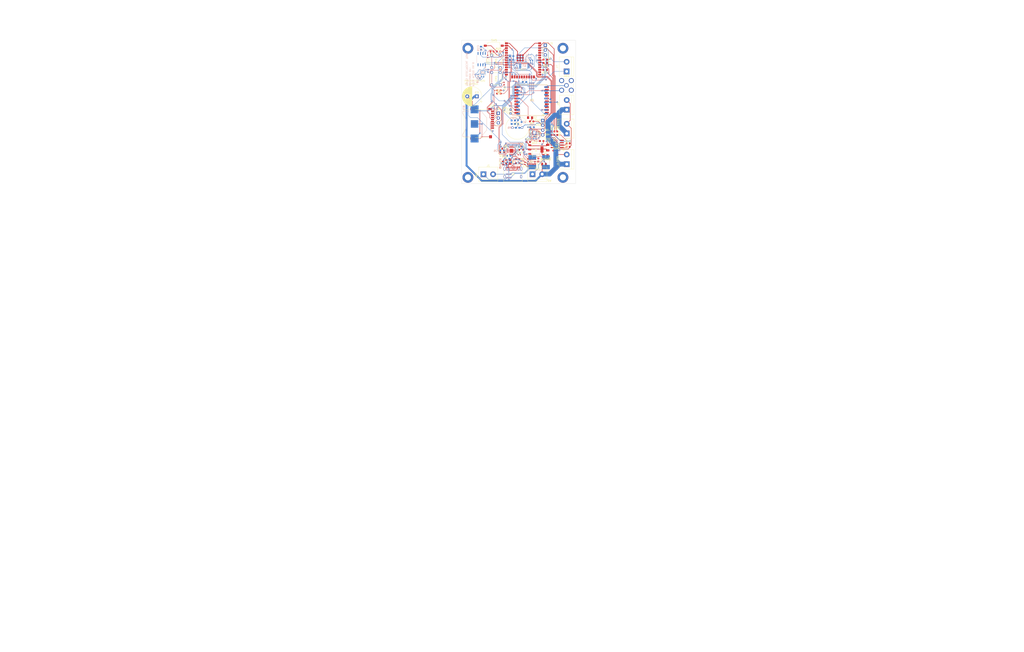
<source format=kicad_pcb>
(kicad_pcb (version 20241229) (generator "pcbnew") (generator_version "9.0")
  (layers (0 "F.Cu" signal) (4 "In1.Cu" signal) (6 "In2.Cu" signal) (2 "B.Cu" signal) (13 "F.Paste" user) (15 "B.Paste" user) (5 "F.SilkS" user "F.Silkscreen") (7 "B.SilkS" user "B.Silkscreen") (1 "F.Mask" user) (3 "B.Mask" user) (25 "Edge.Cuts" user))
  (net 0 "")
  (net 1 "Net-(J1-Pin_2)")
  (net 2 "Net-(J1-Pin_1)")
  (net 3 "Earth")
  (net 4 "Net-(D1-K)")
  (net 5 "Net-(D2-K)")
  (net 6 "Net-(U7-ANT)")
  (net 7 "/DN")
  (net 8 "Net-(Q5-B)")
  (net 9 "Net-(U11-IO16)")
  (net 10 "+7.5V")
  (net 11 "Net-(SW1-A)")
  (net 12 "/fix")
  (net 14 "Net-(U6-USBDP)")
  (net 15 "Net-(U6-USBDM)")
  (net 16 "/I2C_SCL")
  (net 17 "/I2C_SDA")
  (net 18 "/SPICLK")
  (net 19 "/gps_tx")
  (net 21 "/SPI_MISO")
  (net 25 "Net-(BT1-+)")
  (net 30 "/gps_rx")
  (net 33 "/UART_RX")
  (net 36 "/SPI_MOSI")
  (net 40 "/UART_TX")
  (net 43 "+3.3V")
  (net 50 "unconnected-(U11-IO17-Pad28)")
  (net 51 "/BARO_INT")
  (net 54 "/cs_sd")
  (net 56 "Net-(Q4-E)")
  (net 57 "/DP")
  (net 61 "Net-(J4-Pin_2)")
  (net 68 "/flash")
  (net 72 "Net-(J5-Pin_2)")
  (net 73 "Net-(Q3-B)")
  (net 74 "/VCC")
  (net 75 "Net-(Q1-C)")
  (net 77 "Net-(Q1-B)")
  (net 78 "Net-(Q2-Pad2)")
  (net 79 "Net-(Q2-Pad4)")
  (net 80 "/piezo")
  (net 81 "/Drouge")
  (net 82 "/Main")
  (net 83 "/cont drouge")
  (net 84 "/cont main")
  (net 85 "/LORA_CS")
  (net 86 "/LORA_Reset")
  (net 91 "/LORA_Data02")
  (net 94 "Net-(Q3-E)")
  (net 95 "/VBUS")
  (net 96 "/Detect")
  (net 98 "Net-(Q4-B)")
  (net 99 "/reset")
  (net 100 "Net-(R19-Pad1)")
  (net 101 "Net-(U8-CSB)")
  (net 102 "Net-(U12-CSB)")
  (net 103 "Net-(U12-SDO)")
  (net 108 "/Motor_PWM")
  (footprint "TR3_V1:CUI_MSD-4-A" (layer "F.Cu") (at 148.206 92.402 -90)
    (property "Reference" "J10")
    (property "Value" "MSD-4-A")
  )
  (footprint "Resistor_SMD:R_0603_1608Metric_Pad0.98x0.95mm_HandSolder" (layer "F.Cu") (at 183.710918 58.622)
    (property "Reference" "R16")
    (property "Value" "100k")
  )
  (footprint "Resistor_SMD:R_0603_1608Metric_Pad0.98x0.95mm_HandSolder" (layer "F.Cu") (at 174.75 102 180)
    (property "Reference" "R31")
    (property "Value" "100k")
  )
  (footprint "Resistor_SMD:R_0603_1608Metric_Pad0.98x0.95mm_HandSolder" (layer "F.Cu") (at 169.188798 113.1638)
    (property "Reference" "R7")
    (property "Value" "27R")
  )
  (footprint "Resistor_SMD:R_0603_1608Metric_Pad0.98x0.95mm_HandSolder" (layer "F.Cu") (at 159.3125 74.85 180)
    (property "Reference" "R3")
    (property "Value" "4.7k")
  )
  (footprint "TR3_V1:" (layer "F.Cu") (at 143.262 52.252)
    (property "Reference" "")
    (property "Value" "")
  )
  (footprint "TR3_V1:XDCR_PS1240P02BT" (layer "F.Cu") (at 168.95 94.5)
    (property "Reference" "LS1")
    (property "Value" "PS1240P02BT")
  )
  (footprint "TestPoint:TestPoint_THTPad_1.0x1.0mm_Drill0.5mm" (layer "F.Cu") (at 165.5 87)
    (property "Reference" "TX2")
    (property "Value" "TestPoint_Small")
  )
  (footprint "TR3_V1:ADXL375BCCZ_footprint_N" (layer "F.Cu") (at 176.55 112.370901 90)
    (property "Reference" "U4")
    (property "Value" "High g Acceleromter")
  )
  (footprint "TR3_V1:USB4105_GCT" (layer "F.Cu") (at 166.679998 122.8416)
    (property "Reference" "J2")
    (property "Value" "USB4105-GF-A")
  )
  (footprint "TR3_V1:SOT223_STM" (layer "F.Cu") (at 178.764783 106 -90)
    (property "Reference" "U3")
    (property "Value" "LDL1117S33R")
  )
  (footprint "Resistor_SMD:R_0603_1608Metric_Pad0.98x0.95mm_HandSolder" (layer "F.Cu") (at 190 97.3875 -90)
    (property "Reference" "R12")
    (property "Value" "100")
  )
  (footprint "TerminalBlock:TerminalBlock_bornier-2_P5.08mm" (layer "F.Cu") (at 195 85 90)
    (property "Reference" "J5")
    (property "Value" "Screw_Terminal_01x02")
  )
  (footprint "TR3_V1:" (layer "F.Cu") (at 194.5 120.65)
    (property "Reference" "")
    (property "Value" "")
  )
  (footprint "Connector_PinSocket_2.54mm:PinSocket_1x03_P2.54mm_Vertical" (layer "F.Cu") (at 183.75 51.042)
    (property "Reference" "J3")
    (property "Value" "Conn_01x03_Pin")
  )
  (footprint "Capacitor_SMD:C_0805_2012Metric" (layer "F.Cu") (at 183.05 113.75 180)
    (property "Reference" "C2")
    (property "Value" "10 uF")
  )
  (footprint "TestPoint:TestPoint_THTPad_1.0x1.0mm_Drill0.5mm" (layer "F.Cu") (at 165.5 85)
    (property "Reference" "RX2")
    (property "Value" "TestPoint_Small")
  )
  (footprint "TerminalBlock:TerminalBlock_bornier-2_P5.08mm" (layer "F.Cu") (at 176.990583 118.970001)
    (property "Reference" "SW1")
    (property "Value" "SW_SPST")
  )
  (footprint "RF_Module:ESP32-WROOM-32E" (layer "F.Cu") (at 172.012 55.262)
    (property "Reference" "U11")
    (property "Value" "ESP32-WROOM-32E-N8")
  )
  (footprint "Resistor_SMD:R_0603_1608Metric_Pad0.98x0.95mm_HandSolder" (layer "F.Cu") (at 181.8375 101.5)
    (property "Reference" "R30")
    (property "Value" "10k")
  )
  (footprint "Capacitor_SMD:C_1206_3216Metric" (layer "F.Cu") (at 184.990583 104.970001 -90)
    (property "Reference" "C1")
    (property "Value" "100 uF")
  )
  (footprint "TR3_V1:SMT_BJT_SP2" (layer "F.Cu") (at 171.024999 105.194999)
    (property "Reference" "Q3")
    (property "Value" "NPN")
  )
  (footprint "Capacitor_THT:CP_Radial_D10.0mm_P5.00mm" (layer "F.Cu") (at 147.655677 77.978 180)
    (property "Reference" "C3")
    (property "Value" "2200 uF")
  )
  (footprint "TR3_V1:FT231XQ-R_footprint_N" (layer "F.Cu") (at 165.938799 106.6561)
    (property "Reference" "U6")
    (property "Value" "FT231XQ-R")
  )
  (footprint "TR3_V1:CAP_CL05_SAM" (layer "F.Cu") (at 173 113.25 90)
    (property "Reference" "C7" (hide yes))
    (property "Value" "0.1 uF")
  )
  (footprint "TerminalBlock:TerminalBlock_bornier-2_P5.08mm" (layer "F.Cu") (at 195 97.5 90)
    (property "Reference" "J5")
    (property "Value" "Screw_Terminal_01x02")
  )
  (footprint "Resistor_SMD:R_0603_1608Metric_Pad0.98x0.95mm_HandSolder" (layer "F.Cu") (at 183.8875 110.8 180)
    (property "Reference" "R1")
    (property "Value" "1500 Ohm")
  )
  (footprint "TR3_V1:SW_DS04-254-2-01BK-SMT" (layer "F.Cu") (at 156.586 51.308)
    (property "Reference" "SW5")
    (property "Value" "Enable Switch")
  )
  (footprint "Connector_PinHeader_2.54mm:PinHeader_1x03_P2.54mm_Vertical" (layer "F.Cu") (at 159.004 86.868)
    (property "Reference" "J6")
    (property "Value" "Conn_01x03_Pin")
  )
  (footprint "Resistor_SMD:R_0603_1608Metric_Pad0.98x0.95mm_HandSolder" (layer "F.Cu") (at 183.728918 60.372)
    (property "Reference" "R22")
    (property "Value" "100k")
  )
  (footprint "Resistor_SMD:R_0603_1608Metric_Pad0.98x0.95mm_HandSolder" (layer "F.Cu") (at 159.2875 76.5)
    (property "Reference" "R24")
    (property "Value" "4.7k")
  )
  (footprint "TR3_V1:SMT_BJT_SP2" (layer "F.Cu") (at 161.024999 106.555001)
    (property "Reference" "Q4")
    (property "Value" "NPN")
  )
  (footprint "TR3_V1:SW_TS02-66-50-BK-XXX-LCR-D_CUD" (layer "F.Cu") (at 160.015751 56.28185 -90)
    (property "Reference" "SW4")
    (property "Value" "reset")
  )
  (footprint "TR3_V1:150080RS75000_WRE" (layer "F.Cu") (at 175.70225 89.2 180)
    (property "Reference" "D2")
    (property "Value" "LED")
  )
  (footprint "Resistor_SMD:R_0603_1608Metric_Pad0.98x0.95mm_HandSolder" (layer "F.Cu") (at 188.9125 106.55)
    (property "Reference" "R15")
    (property "Value" "130k")
  )
  (footprint "Resistor_SMD:R_0603_1608Metric_Pad0.98x0.95mm_HandSolder" (layer "F.Cu") (at 183.710918 64.062)
    (property "Reference" "R21")
    (property "Value" "10k")
  )
  (footprint "TR3_V1:CAP_CL05_SAM" (layer "F.Cu") (at 170.0472 108.7638)
    (property "Reference" "C13")
    (property "Value" "100 nf")
  )
  (footprint "TR3_V1:CAP_CL05_SAM" (layer "F.Cu") (at 162.052 71.1648 -90)
    (property "Reference" "C5")
    (property "Value" "0.1 uF")
  )
  (footprint "Resistor_SMD:R_0603_1608Metric_Pad0.98x0.95mm_HandSolder" (layer "F.Cu") (at 169.176298 111.0388)
    (property "Reference" "R8")
    (property "Value" "27R")
  )
  (footprint "TR3_V1:QFN10_BMP581_BOS" (layer "F.Cu") (at 177.999999 100.226999 -90)
    (property "Reference" "U12")
    (property "Value" "Barometer 2")
  )
  (footprint "TR3_V1:" (layer "F.Cu") (at 143 120.65)
    (property "Reference" "")
    (property "Value" "")
  )
  (footprint "Capacitor_SMD:C_0603_1608Metric" (layer "F.Cu") (at 155.689 54.356 180)
    (property "Reference" "C21")
    (property "Value" "1 uF")
  )
  (footprint "TR3_V1:GRADCONN_RFPC-SMA28-F" (layer "F.Cu") (at 194.86 72.21)
    (property "Reference" "AE1")
    (property "Value" "Antenna")
  )
  (footprint "TR3_V1:MOSFET_Smt_2_sp2" (layer "F.Cu") (at 190.00013 103.01737 180)
    (property "Reference" "Q2")
    (property "Value" "AO4838")
  )
  (footprint "Capacitor_SMD:C_0603_1608Metric" (layer "F.Cu") (at 161.438798 113.0388 90)
    (property "Reference" "C12")
    (property "Value" "10 nf")
  )
  (footprint "TR3_V1:5186_footprint_N" (layer "F.Cu") (at 176.513 79.87713)
    (property "Reference" "U2")
    (property "Value" "GPS")
  )
  (footprint "Resistor_SMD:R_0603_1608Metric_Pad0.98x0.95mm_HandSolder" (layer "F.Cu") (at 188.5 97.3875 -90)
    (property "Reference" "R11")
    (property "Value" "100")
  )
  (footprint "TR3_V1:CAP_CL05_SAM" (layer "F.Cu") (at 177 97.25 -90)
    (property "Reference" "C23")
    (property "Value" "0.1 uF")
  )
  (footprint "TR3_V1:TerminalBlock_bornier-2_P5.08mm" (layer "F.Cu") (at 194.95 64.85 90)
    (property "Reference" "J7")
    (property "Value" "Screw_Terminal_01x02")
  )
  (footprint "TR3_V1:FB_MI0805K400R-10" (layer "F.Cu") (at 165.188798 112.3638 90)
    (property "Reference" "FB1")
    (property "Value" "FerriteBead")
  )
  (footprint "TerminalBlock:TerminalBlock_bornier-2_P5.08mm" (layer "F.Cu") (at 195 113.68 90)
    (property "Reference" "J4")
    (property "Value" "Screw_Terminal_01x02")
  )
  (footprint "TR3_V1:CAP_CL05_SAM" (layer "F.Cu") (at 179 97.25 90)
    (property "Reference" "C24")
    (property "Value" "0.1 uF")
  )
  (footprint "Capacitor_SMD:C_0603_1608Metric" (layer "F.Cu") (at 180.086 111.5 -90)
    (property "Reference" "C6")
    (property "Value" "1 uF")
  )
  (footprint "TR3_V1:150080RS75000_WRE" (layer "F.Cu") (at 183.85225 109 180)
    (property "Reference" "D1")
    (property "Value" "LED")
  )
  (footprint "Resistor_SMD:R_0603_1608Metric_Pad0.98x0.95mm_HandSolder" (layer "F.Cu") (at 163.188798 112.4263 90)
    (property "Reference" "R10")
    (property "Value" "10k")
  )
  (footprint "Resistor_SMD:R_0603_1608Metric_Pad0.98x0.95mm_HandSolder" (layer "F.Cu") (at 176.53 91.186)
    (property "Reference" "R2")
    (property "Value" "1.5K Ohm")
  )
  (footprint "Connector_PinSocket_2.54mm:PinSocket_1x04_P2.54mm_Vertical" (layer "F.Cu") (at 182.372 90.688)
    (property "Reference" "J8")
    (property "Value" "Conn_01x04_Pin")
  )
  (footprint "Resistor_SMD:R_0603_1608Metric_Pad0.98x0.95mm_HandSolder" (layer "F.Cu") (at 187 97.3875 -90)
    (property "Reference" "R13" (hide yes))
    (property "Value" "10k")
  )
  (footprint "TerminalBlock:TerminalBlock_bornier-2_P5.08mm" (layer "F.Cu") (at 151.17 119)
    (property "Reference" "J1")
    (property "Value" "Screw_Terminal_01x02")
  )
  (footprint "TR3_V1:" (layer "F.Cu") (at 206 52)
    (property "Reference" "")
    (property "Value" "")
  )
  (footprint "Resistor_SMD:R_0603_1608Metric_Pad0.98x0.95mm_HandSolder" (layer "F.Cu") (at 196.55 103.6625 90)
    (property "Reference" "R17")
    (property "Value" "130k")
  )
  (footprint "Resistor_SMD:R_0603_1608Metric_Pad0.98x0.95mm_HandSolder" (layer "F.Cu") (at 159.1075 54.356)
    (property "Reference" "R19")
    (property "Value" "10k")
  )
  (footprint "TR3_V1:CAP_CL05_SAM" (layer "F.Cu") (at 153.416 56.9408 -90)
    (property "Reference" "C22")
    (property "Value" "0.1 uF")
  )
  (footprint "TR3_V1:SW_TS02-66-50-BK-XXX-LCR-D_CUD" (layer "F.Cu") (at 160.015751 65.42585 -90)
    (property "Reference" "SW2")
    (property "Value" "reset")
  )
  (footprint "Resistor_SMD:R_0603_1608Metric_Pad0.98x0.95mm_HandSolder" (layer "F.Cu") (at 194.95 103.65 90)
    (property "Reference" "R14")
    (property "Value" "10k")
  )
  (footprint "TR3_V1:TMP1075DGKR_footprint_N" (layer "B.Cu") (at 172.7 61.9 180)
    (property "Reference" "U9")
    (property "Value" "TMP1075DGKR")
  )
  (footprint "TR3_V1:CAP_CL05_SAM" (layer "B.Cu") (at 176.4472 59 180)
    (property "Reference" "C16")
    (property "Value" "0.1 uF")
  )
  (footprint "Resistor_SMD:R_0603_1608Metric_Pad0.98x0.95mm_HandSolder" (layer "B.Cu") (at 176.75 94.25 180)
    (property "Reference" "R29")
    (property "Value" "10k")
  )
  (footprint "Resistor_SMD:R_0603_1608Metric_Pad0.98x0.95mm_HandSolder" (layer "B.Cu") (at 166 91.5875 90)
    (property "Reference" "R4")
    (property "Value" "100")
  )
  (footprint "TR3_V1:BAT_BK-885" (layer "B.Cu") (at 146.5 92.5 -90)
    (property "Reference" "BT1")
    (property "Value" "3.0 Coin Cell")
  )
  (footprint "TR3_V1:CAP_CL05_SAM" (layer "B.Cu") (at 150.7472 67.65 180)
    (property "Reference" "C17")
    (property "Value" "0.1 uF")
  )
  (footprint "TR3_V1:QFN10_BMP581_BOS" (layer "B.Cu") (at 178.023001 97.249999 90)
    (property "Reference" "U8")
    (property "Value" "Barometer 1")
  )
  (footprint "TR3_V1:CAP_CL05_SAM" (layer "B.Cu") (at 161.688798 112.2638 90)
    (property "Reference" "C8")
    (property "Value" "0.1 uF")
  )
  (footprint "Capacitor_SMD:C_0603_1608Metric" (layer "B.Cu") (at 149.86 52.591 -90)
    (property "Reference" "C19")
    (property "Value" "1 uF")
  )
  (footprint "Resistor_SMD:R_0603_1608Metric_Pad0.98x0.95mm_HandSolder" (layer "B.Cu") (at 172.8 70.4 180)
    (property "Reference" "R23")
    (property "Value" "4.7k")
  )
  (footprint "Resistor_SMD:R_0603_1608Metric_Pad0.98x0.95mm_HandSolder" (layer "B.Cu") (at 167.75 91.5875 -90)
    (property "Reference" "R5")
    (property "Value" "10k")
  )
  (footprint "TR3_V1:SMT_BJT_SP2" (layer "B.Cu") (at 170.305 91.5 90)
    (property "Reference" "Q1")
    (property "Value" "NPN")
  )
  (footprint "Resistor_SMD:R_0603_1608Metric" (layer "B.Cu") (at 164.513798 109.2638)
    (property "Reference" "R9")
    (property "Value" "1k")
  )
  (footprint "TR3_V1:CAP_CL05_SAM" (layer "B.Cu") (at 162.741598 114.0138 180)
    (property "Reference" "C9")
    (property "Value" "0.1 uF")
  )
  (footprint "Resistor_SMD:R_0603_1608Metric_Pad0.98x0.95mm_HandSolder" (layer "B.Cu") (at 166 58.7 180)
    (property "Reference" "R18")
    (property "Value" "4.7k")
  )
  (footprint "Resistor_SMD:R_0603_1608Metric_Pad0.98x0.95mm_HandSolder" (layer "B.Cu") (at 169.1625 94.5 180)
    (property "Reference" "R6")
    (property "Value" "1.5k")
  )
  (footprint "TR3_V1:Z4DGP406L-HF_footprint_N" (layer "B.Cu") (at 180.4941 112.6473 180)
    (property "Reference" "BR1")
    (property "Value" "Z4DGP406L-HF")
  )
  (footprint "TR3_V1:COM-13909_footprint_N" (layer "B.Cu") (at 176.7533 80.100001)
    (property "Reference" "U7")
    (property "Value" "COM-13909")
  )
  (footprint "TR3_V1:G-155_MUR" (layer "B.Cu") (at 169.234898 113.0138)
    (property "Reference" "C11")
    (property "Value" "47pf")
  )
  (footprint "TR3_V1:SMT_BJT_SP2" (layer "B.Cu") (at 164.75 111.75 180)
    (property "Reference" "Q5")
    (property "Value" "NPN")
  )
  (footprint "TR3_V1:BMI323_BOS" (layer "B.Cu") (at 150.85 65.3856 180)
    (property "Reference" "U5")
    (property "Value" "IMU")
  )
  (footprint "Sensor_Humidity:Sensirion_DFN-4_1.5x1.5mm_P0.8mm_SHT4x_NoCentralPad" (layer "B.Cu") (at 175.6 56.8 -90)
    (property "Reference" "U1")
    (property "Value" "Env. Temp")
  )
  (footprint "TR3_V1:CAP_CL05_SAM" (layer "B.Cu") (at 177.673 99.7264 90)
    (property "Reference" "C14")
    (property "Value" "0.1 uF")
  )
  (footprint "Resistor_SMD:R_0603_1608Metric_Pad0.98x0.95mm_HandSolder" (layer "B.Cu") (at 166 56.8 180)
    (property "Reference" "R20")
    (property "Value" "4.7k")
  )
  (footprint "TR3_V1:MAGNETO-MLX90395KDC" (layer "B.Cu") (at 150.241 58.372 180)
    (property "Reference" "U9")
    (property "Value" "Magnetometer")
  )
  (footprint "TR3_V1:CAP_CL05_SAM" (layer "B.Cu") (at 168.7 61.3 90)
    (property "Reference" "C16")
    (property "Value" "0.1 uF")
  )
  (footprint "Resistor_SMD:R_0603_1608Metric_Pad0.98x0.95mm_HandSolder" (layer "B.Cu") (at 161 106.5 180)
    (property "Reference" "R26")
    (property "Value" "10k")
  )
  (footprint "TR3_V1:CAP_CL05_SAM" (layer "B.Cu") (at 148.35 67.0472 -90)
    (property "Reference" "C18")
    (property "Value" "0.1 uF")
  )
  (footprint "TR3_V1:CAP_CL05_SAM" (layer "B.Cu") (at 178.816 99.7398 -90)
    (property "Reference" "C15")
    (property "Value" "0.1 uF")
  )
  (footprint "Resistor_SMD:R_0603_1608Metric_Pad0.98x0.95mm_HandSolder" (layer "B.Cu") (at 170.75 104.5)
    (property "Reference" "R27")
    (property "Value" "10k")
  )
  (footprint "TR3_V1:G-155_MUR" (layer "B.Cu") (at 169.238798 111.1638)
    (property "Reference" "C10")
    (property "Value" "47pf")
  )
  (footprint "Capacitor_SMD:C_0603_1608Metric" (layer "B.Cu") (at 186.4 80.3 -90)
    (property "Reference" "C4")
    (property "Value" "1 uF")
  )
  (gr_rect (start 139.65 48.5) (end 199.65 123.9) (stroke (width 0.1)) (fill no) (layer "Edge.Cuts"))
  (gr_text "R12" (at 190.5 95.8 90) (layer "F.SilkS") (effects (font (size 0.8 0.8) (thickness 0.15) (bold yes)) (justify left bottom)))
  (gr_text "R17\n" (at 197.0725 102.4 90) (layer "F.SilkS") (effects (font (size 0.8 0.8) (thickness 0.15) (bold yes)) (justify left bottom)))
  (gr_text "DRO" (at 190.85 112.7 90) (layer "F.SilkS") (effects (font (size 1 1)) (justify left bottom)))
  (gr_text "GPS\n" (at 162.56 86.614 90) (layer "F.SilkS") (effects (font (size 1 1)) (justify left bottom)))
  (gr_text "POWER" (at 181.425 111.75 0) (layer "F.SilkS") (effects (font (size 1 1)) (justify left bottom)))
  (gr_text "SCL" (at 183.65 96.2 0) (layer "F.SilkS") (effects (font (size 0.8 0.8)) (justify left bottom)))
  (gr_text "SDA" (at 183.6 98.55 0) (layer "F.SilkS") (effects (font (size 0.8 0.8)) (justify left bottom)))
  (gr_text "R13\n" (at 187.45 95.8 90) (layer "F.SilkS") (effects (font (size 0.8 0.8) (thickness 0.15) (bold yes)) (justify left bottom)))
  (gr_text "GND" (at 178.4 93.52 -0) (layer "F.SilkS") (effects (font (size 1 1)) (justify left bottom)))
  (gr_text "R11" (at 189 95.8 90) (layer "F.SilkS") (effects (font (size 0.8 0.8) (thickness 0.15) (bold yes)) (justify left bottom)))
  (gr_text "C7" (at 171.75 115.5 0) (layer "F.SilkS") (effects (font (size 1 1)) (justify left bottom)))
  (gr_text "BAT" (at 148.05 120.65 90) (layer "F.SilkS") (effects (font (size 1 1)) (justify left bottom)))
  (gr_text "PWR" (at 178.18 91.186 0) (layer "F.SilkS") (effects (font (size 1 1)) (justify left bottom)))
  (gr_text "PAY ATTENTION \nTO DETAIL\n" (at 141.224 72.136 0) (layer "F.SilkS") (effects (font (size 1 1)) (justify left bottom)))
  (gr_text "SW" (at 184.780583 122.970001 0) (layer "F.SilkS") (effects (font (size 1 1)) (justify left bottom)))
  (gr_text "R14" (at 195.5 102.4 90) (layer "F.SilkS") (effects (font (size 0.8 0.8) (thickness 0.15) (bold yes)) (justify left bottom)))
  (gr_text "MAIN" (at 190.95 93.3 90) (layer "F.SilkS") (effects (font (size 1 1)) (justify left bottom)))
  (gr_text "PITA PLATE V4.0\nDESIGNED BY:\nTUFTS ELECTRICAL TEAM" (at 141.732 72.644 270) (layer "B.SilkS") (effects (font (size 1 1)) (justify left bottom mirror)))
  (segment (start 165.45 119) (end 163.6 119) (width 0.2) (layer "F.Cu") (net 1))
  (via (at 165.45 119) (size 0.8) (drill 0.4) (layers "F.Cu" "B.Cu") (net 1))
  (via (at 163.6 119) (size 0.8) (drill 0.4) (layers "F.Cu" "B.Cu") (net 1))
  (segment (start 165.45 119) (end 166.201 118.249) (width 0.2) (layer "B.Cu") (net 1))
  (segment (start 166.201 118.249) (end 172.75 118.249) (width 0.2) (layer "B.Cu") (net 1))
  (segment (start 156.25 119) (end 163.6 119) (width 0.2) (layer "B.Cu") (net 1))
  (segment (start 174.35 112.6446) (end 176.9 110.0946) (width 0.2) (layer "B.Cu") (net 1))
  (segment (start 163.6 119) (end 163.7 119) (width 0.2) (layer "B.Cu") (net 1))
  (segment (start 172.75 118.249) (end 174.35 116.649) (width 0.2) (layer "B.Cu") (net 1))
  (segment (start 174.35 116.649) (end 174.35 112.6446) (width 0.2) (layer "B.Cu") (net 1))
  (segment (start 163.6 120.85) (end 165.45 120.85) (width 0.2) (layer "F.Cu") (net 2))
  (via (at 165.45 120.85) (size 0.8) (drill 0.4) (layers "F.Cu" "B.Cu") (net 2))
  (via (at 163.6 120.85) (size 0.8) (drill 0.4) (layers "F.Cu" "B.Cu") (net 2))
  (segment (start 176.3661 115.2) (end 176.9 115.2) (width 0.2) (layer "B.Cu") (net 2))
  (segment (start 151.17 119) (end 153.8492 121.6792) (width 0.2) (layer "B.Cu") (net 2))
  (segment (start 172.9161 118.65) (end 176.3661 115.2) (width 0.2) (layer "B.Cu") (net 2))
  (segment (start 167.65 118.65) (end 172.9161 118.65) (width 0.2) (layer "B.Cu") (net 2))
  (segment (start 153.8492 121.6792) (end 162.7708 121.6792) (width 0.2) (layer "B.Cu") (net 2))
  (segment (start 162.7708 121.6792) (end 163.6 120.85) (width 0.2) (layer "B.Cu") (net 2))
  (segment (start 165.45 120.85) (end 167.65 118.65) (width 0.2) (layer "B.Cu") (net 2))
  (segment (start 163.139998 116.830839) (end 163.520759 117.2116) (width 0.1) (layer "F.Cu") (net 3))
  (segment (start 169.112 57.722) (end 170.512 57.722) (width 0.25) (layer "F.Cu") (net 3))
  (segment (start 170.512 56.322) (end 169.112 56.322) (width 0.25) (layer "F.Cu") (net 3))
  (segment (start 174.172902 114.975702) (end 176.524298 114.975702) (width 0.25) (layer "F.Cu") (net 3))
  (segment (start 180 110.725) (end 180 110.9472) (width 0.15) (layer "F.Cu") (net 3))
  (segment (start 150.378004 99.378004) (end 150.4 99.356009) (width 0.15) (layer "F.Cu") (net 3))
  (segment (start 150.4 99.147991) (end 150.4 99.356008) (width 0.15) (layer "F.Cu") (net 3))
  (segment (start 155.956 89.152) (end 156.406 89.152) (width 0.15) (layer "F.Cu") (net 3))
  (segment (start 142.655677 77.978) (end 145.356 80.678323) (width 0.25) (layer "F.Cu") (net 3))
  (segment (start 173.87572 76.12428) (end 175 75) (width 0.15) (layer "F.Cu") (net 3))
  (segment (start 163.139998 115.85605) (end 163.139998 116.830839) (width 0.1) (layer "F.Cu") (net 3))
  (segment (start 183.13112 85.13112) (end 183.96654 85.13112) (width 0.15) (layer "F.Cu") (net 3))
  (segment (start 150.4 99.147991) (end 150.4 92.5) (width 0.15) (layer "F.Cu") (net 3))
  (segment (start 157.878 87.68) (end 157.878 85.454) (width 0.15) (layer "F.Cu") (net 3))
  (segment (start 176.949999 114.550001) (end 176.949999 114.541803) (width 0.25) (layer "F.Cu") (net 3))
  (segment (start 163.463098 106.6561) (end 163.25 106.869198) (width 0.15) (layer "F.Cu") (net 3))
  (segment (start 171.912 59.122) (end 170.512 59.122) (width 0.25) (layer "F.Cu") (net 3))
  (segment (start 186.225 99.775) (end 184.342666 101.657334) (width 0.2) (layer "F.Cu") (net 3))
  (segment (start 180.076 91.186) (end 177.4425 91.186) (width 0.25) (layer "F.Cu") (net 3))
  (segment (start 176.150001 111) (end 176.150001 110.2911) (width 0.15) (layer "F.Cu") (net 3))
  (segment (start 156.406 89.152) (end 157.878 87.68) (width 0.15) (layer "F.Cu") (net 3))
  (segment (start 182 85.1) (end 183.1 85.1) (width 0.15) (layer "F.Cu") (net 3))
  (segment (start 170.863798 114.53225) (end 169.901048 115.495) (width 0.15) (layer "F.Cu") (net 3))
  (segment (start 192.49 102.49) (end 192.5 102.49) (width 0.2) (layer "F.Cu") (net 3))
  (segment (start 170.6 108.7638) (end 170.6 108) (width 0.15) (layer "F.Cu") (net 3))
  (segment (start 175.921486 100.373919) (end 176.035272 100.373919) (width 0.15) (layer "F.Cu") (net 3))
  (segment (start 164.046499 106.6561) (end 163.463098 106.6561) (width 0.15) (layer "F.Cu") (net 3))
  (segment (start 175.35 110.55) (end 175.35 111) (width 0.15) (layer "F.Cu") (net 3))
  (segment (start 169.02 83.62998) (end 168.512 83.62998) (width 0.15) (layer "F.Cu") (net 3))
  (segment (start 183.1 85.1) (end 183.13112 85.13112) (width 0.15) (layer "F.Cu") (net 3))
  (segment (start 163.501048 115.495) (end 163.139998 115.85605) (width 0.1) (layer "F.Cu") (net 3))
  (segment (start 175.5375 103.7) (end 173.8375 102) (width 0.300387) (layer "F.Cu") (net 3))
  (segment (start 145.356 100.152) (end 146.9048 100.152) (width 0.15) (layer "F.Cu") (net 3))
  (segment (start 187 96.475) (end 186.224 97.251) (width 0.2) (layer "F.Cu") (net 3))
  (segment (start 175.35 113.032902) (end 176.150001 112.232901) (width 0.15) (layer "F.Cu") (net 3))
  (segment (start 153.416 56.388) (end 153.416 54.664244) (width 0.15) (layer "F.Cu") (net 3))
  (segment (start 172.977209 55.256791) (end 174.117 54.117) (width 0.300387) (layer "F.Cu") (net 3))
  (segment (start 182.4 74.62314) (end 184.514 74.62314) (width 0.15) (layer "F.Cu") (net 3))
  (segment (start 175.977298 97.719902) (end 175.977298 98.227298) (width 0.25) (layer "F.Cu") (net 3))
  (segment (start 154.656 84.652) (end 156.14 84.652) (width 0.15) (layer "F.Cu") (net 3))
  (segment (start 170.863798 114.25) (end 170.863798 114.136202) (width 0.15) (layer "F.Cu") (net 3))
  (segment (start 165.938799 106.6561) (end 164.046499 106.6561) (width 0.15) (layer "F.Cu") (net 3))
  (segment (start 170.512 56.322) (end 170.512 57.722) (width 0.25) (layer "F.Cu") (net 3))
  (segment (start 184.357334 101.657334) (end 184.990583 102.290583) (width 0.300387) (layer "F.Cu") (net 3))
  (segment (start 171.912 57.722) (end 170.512 57.722) (width 0.25) (layer "F.Cu") (net 3))
  (segment (start 175.35 113.741802) (end 175.35 113.032902) (width 0.15) (layer "F.Cu") (net 3))
  (segment (start 182.02314 75) (end 182.4 74.62314) (width 0.15) (layer "F.Cu") (net 3))
  (segment (start 153.416 54.664244) (end 154.475244 53.605) (width 0.15) (layer "F.Cu") (net 3))
  (segment (start 157.878 85.454) (end 158.496 84.836) (width 0.15) (layer "F.Cu") (net 3))
  (segment (start 194.59013 104.92237) (end 194.95 104.5625) (width 0.2) (layer "F.Cu") (net 3))
  (segment (start 184.990583 102.290583) (end 184.990583 103.495001) (width 0.300387) (layer "F.Cu") (net 3))
  (segment (start 192.47513 104.92237) (end 194.59013 104.92237) (width 0.2) (layer "F.Cu") (net 3))
  (segment (start 166.297 67.762) (end 166.297 66.403) (width 0.25) (layer "F.Cu") (net 3))
  (segment (start 179.275 110) (end 180 110.725) (width 0.15) (layer "F.Cu") (net 3))
  (segment (start 170.512 59.122) (end 169.112 59.122) (width 0.25) (layer "F.Cu") (net 3))
  (segment (start 190.00013 103.432369) (end 190.00013 101.05013) (width 0.2) (layer "F.Cu") (net 3))
  (segment (start 186.224 99.774) (end 186.225 99.775) (width 0.2) (layer "F.Cu") (net 3))
  (segment (start 150.504009 99.252) (end 150.4 99.147991) (width 0.15) (layer "F.Cu") (net 3))
  (segment (start 179.972505 96.6972) (end 180.975 97.699695) (width 0.25) (layer "F.Cu") (net 3))
  (segment (start 183.1 112.2) (end 184.15 113.25) (width 0.15) (layer "F.Cu") (net 3))
  (segment (start 184.990583 103.495001) (end 185 103.504418) (width 0.300387) (layer "F.Cu") (net 3))
  (segment (start 173.9 109.1) (end 175.35 110.55) (width 0.15) (layer "F.Cu") (net 3))
  (segment (start 160.527379 113.093721) (end 161.3573 112.2638) (width 0.15) (layer "F.Cu") (net 3))
  (segment (start 176.150001 112.232901) (end 176.150001 111) (width 0.15) (layer "F.Cu") (net 3))
  (segment (start 184.623418 58.312) (end 184.623418 60.062) (width 0.25) (layer "F.Cu") (net 3))
  (segment (start 167.831099 106.6561) (end 165.938799 106.6561) (width 0.15) (layer "F.Cu") (net 3))
  (segment (start 184.485584 104) (end 184.990583 103.495001) (width 0.300387) (layer "F.Cu") (net 3))
  (segment (start 175.538983 103.7) (end 175.838983 104) (width 0.300387) (layer "F.Cu") (net 3))
  (segment (start 169.839237 117.2116) (end 170.287649 116.763188) (width 0.1) (layer "F.Cu") (net 3))
  (segment (start 176.682191 99.727) (end 177.226998 99.727) (width 0.15) (layer "F.Cu") (net 3))
  (segment (start 188.7 99.75) (end 186.25 99.75) (width 0.2) (layer "F.Cu") (net 3))
  (segment (start 150.4 99.356008) (end 150.378004 99.378004) (width 0.15) (layer "F.Cu") (net 3))
  (segment (start 175.8 111) (end 176.150001 111) (width 0.15) (layer "F.Cu") (net 3))
  (segment (start 191.490131 104.92237) (end 190.00013 103.432369) (width 0.2) (layer "F.Cu") (net 3))
  (segment (start 184.15 113.25) (end 184.15 113.65) (width 0.15) (layer "F.Cu") (net 3))
  (segment (start 166.297 66.403) (end 166.3 66.4) (width 0.25) (layer "F.Cu") (net 3))
  (segment (start 171.912 57.722) (end 171.912 56.322) (width 0.25) (layer "F.Cu") (net 3))
  (segment (start 160.015751 71.925852) (end 161.329603 70.612) (width 0.15) (layer "F.Cu") (net 3))
  (segment (start 186.25 99.75) (end 186.225 99.775) (width 0.2) (layer "F.Cu") (net 3))
  (segment (start 175.538983 103.7) (end 175.5375 103.7) (width 0.300387) (layer "F.Cu") (net 3))
  (segment (start 170.287649 116.763188) (end 170.287649 115.881601) (width 0.1) (layer "F.Cu") (net 3))
  (segment (start 179 96.6972) (end 179.972505 96.6972) (width 0.25) (layer "F.Cu") (net 3))
  (segment (start 175.35 111) (end 176.150001 111) (width 0.15) (layer "F.Cu") (net 3))
  (segment (start 172.94203 55.221612) (end 172.977209 55.256791) (width 0.300387) (layer "F.Cu") (net 3))
  (segment (start 174.117 54.117) (end 175.367 52.867) (width 0.300387) (layer "F.Cu") (net 3))
  (segment (start 176.150001 110.2911) (end 176.441101 110) (width 0.15) (layer "F.Cu") (net 3))
  (segment (start 182 75) (end 182.02314 75) (width 0.15) (layer "F.Cu") (net 3))
  (segment (start 171.912 59.122) (end 171.912 57.722) (width 0.25) (layer "F.Cu") (net 3))
  (segment (start 171.912 56.322) (end 172.977209 55.256791) (width 0.300387) (layer "F.Cu") (net 3))
  (segment (start 173.9 108.4) (end 173.9 109.1) (width 0.15) (layer "F.Cu") (net 3))
  (segment (start 183.1 110.925) (end 182.975 110.8) (width 0.15) (layer "F.Cu") (net 3))
  (segment (start 171.25 113.75) (end 172.9472 113.75) (width 0.25) (layer "F.Cu") (net 3))
  (segment (start 192.47513 102.38237) (end 191.490131 102.38237) (width 0.2) (layer "F.Cu") (net 3))
  (segment (start 170.25 84.85998) (end 169.02 83.62998) (width 0.15) (layer "F.Cu") (net 3))
  (segment (start 180.975 99.1306) (end 180.3028 99.8028) (width 0.25) (layer "F.Cu") (net 3))
  (segment (start 149.580009 100.176) (end 150.378004 99.378004) (width 0.15) (layer "F.Cu") (net 3))
  (segment (start 176.524298 114.975702) (end 176.949999 114.550001) (width 0.25) (layer "F.Cu") (net 3))
  (segment (start 171.912 56.322) (end 170.512 56.322) (width 0.25) (layer "F.Cu") (net 3))
  (segment (start 179.378602 100.726998) (end 178.773 100.726998) (width 0.15) (layer "F.Cu") (net 3))
  (segment (start 185.878 58.622) (end 186.5 58) (width 0.25) (layer "F.Cu") (net 3))
  (segment (start 176.949999 114.550001) (end 176.949999 113.741802) (width 0.25) (layer "F.Cu") (net 3))
  (segment (start 176.035272 100.373919) (end 176.682191 99.727) (width 0.15) (layer "F.Cu") (net 3))
  (segment (start 170.863798 114.25) (end 170.863798 114.53225) (width 0.15) (layer "F.Cu") (net 3))
  (segment (start 186.224 97.251) (end 186.224 99.774) (width 0.2) (layer "F.Cu") (net 3))
  (segment (start 163.25 106.869198) (end 163.25 108.25) (width 0.15) (layer "F.Cu") (net 3))
  (segment (start 176.441101 110) (end 179.275 110) (width 0.15) (layer "F.Cu") (net 3))
  (segment (start 183.1 112.2) (end 183.1 110.925) (width 0.15) (layer "F.Cu") (net 3))
  (segment (start 175.838983 104) (end 184.485584 104) (width 0.300387) (layer "F.Cu") (net 3))
  (segment (start 182.118 93.228) (end 180.076 91.186) (width 0.25) (layer "F.Cu") (net 3))
  (segment (start 170.512 57.722) (end 170.512 59.122) (width 0.25) (layer "F.Cu") (net 3))
  (segment (start 145.356 100.152) (end 145.38 100.176) (width 0.15) (layer "F.Cu") (net 3))
  (segment (start 145.356 80.678323) (end 145.356 84.652) (width 0.25) (layer "F.Cu") (net 3))
  (segment (start 191.490131 102.38237) (end 191.18913 102.683371) (width 0.2) (layer "F.Cu") (net 3))
  (segment (start 155.713 53.605) (end 156.464 54.356) (width 0.15) (layer "F.Cu") (net 3))
  (segment (start 156.464 54.356) (end 158.38985 56.28185) (width 0.25) (layer "F.Cu") (net 3))
  (segment (start 170.25 89) (end 170.25 84.85998) (width 0.15) (layer "F.Cu") (net 3))
  (segment (start 161.3573 112.2638) (end 161.438798 112.2638) (width 0.15) (layer "F.Cu") (net 3))
  (segment (start 169.112 55.221612) (end 169.112 56.322) (width 0.300387) (layer "F.Cu") (net 3))
  (segment (start 191.18913 102.683371) (end 191.18913 104.621369) (width 0.2) (layer "F.Cu") (net 3))
  (segment (start 145.38 100.176) (end 149.580009 100.176) (width 0.15) (layer "F.Cu") (net 3))
  (segment (start 172.9472 113.75) (end 173 113.8028) (width 0.25) (layer "F.Cu") (net 3))
  (segment (start 150.504009 99.252) (end 154.906 99.252) (width 0.15) (layer "F.Cu") (net 3))
  (segment (start 177 96.6972) (end 175.977298 97.719902) (width 0.25) (layer "F.Cu") (net 3))
  (segment (start 190.00013 101.05013) (end 188.7 99.75) (width 0.2) (layer "F.Cu") (net 3))
  (segment (start 175 75) (end 182 75) (width 0.15) (layer "F.Cu") (net 3))
  (segment (start 184.342666 101.657334) (end 184.357334 101.657334) (width 0.300387) (layer "F.Cu") (net 3))
  (segment (start 163.262 50.002) (end 164.802 50.002) (width 0.300387) (layer "F.Cu") (net 3))
  (segment (start 180.3028 99.8028) (end 179.378602 100.726998) (width 0.15) (layer "F.Cu") (net 3))
  (segment (start 176.949999 114.541803) (end 177.75 113.741802) (width 0.25) (layer "F.Cu") (net 3))
  (segment (start 169.112 59.122) (end 169.112 57.722) (width 0.25) (layer "F.Cu") (net 3))
  (segment (start 170.863798 114.136202) (end 171.25 113.75) (width 0.15) (layer "F.Cu") (net 3))
  (segment (start 178.773 100.226999) (end 178.773 100.726998) (width 0.15) (layer "F.Cu") (net 3))
  (segment (start 150.4 99.356009) (end 150.504009 99.252) (width 0.15) (layer "F.Cu") (net 3))
  (segment (start 173 113.8028) (end 174.172902 114.975702) (width 0.25) (layer "F.Cu") (net 3))
  (segment (start 169.112 57.722) (end 169.112 56.322) (width 0.25) (layer "F.Cu") (net 3))
  (segment (start 170.6 108) (end 170.4 107.8) (width 0.15) (layer "F.Cu") (net 3))
  (segment (start 175.367 52.867) (end 176.367 51.867) (width 0.300387) (layer "F.Cu") (net 3))
  (segment (start 156.14 84.652) (end 156.464 84.328) (width 0.15) (layer "F.Cu") (net 3))
  (segment (start 158.38985 56.28185) (end 160.015751 56.28185) (width 0.25) (layer "F.Cu") (net 3))
  (segment (start 163.520759 117.2116) (end 169.839237 117.2116) (width 0.1) (layer "F.Cu") (net 3))
  (segment (start 192.47513 104.92237) (end 191.490131 104.92237) (width 0.2) (layer "F.Cu") (net 3))
  (segment (start 180.975 97.699695) (end 180.975 99.1306) (width 0.25) (layer "F.Cu") (net 3))
  (segment (start 169.112 54.312) (end 169.112 55.221612) (width 0.300387) (layer "F.Cu") (net 3))
  (segment (start 184.623418 58.622) (end 185.878 58.622) (width 0.25) (layer "F.Cu") (net 3))
  (segment (start 178.232 50.002) (end 180.762 50.002) (width 0.300387) (layer "F.Cu") (net 3))
  (segment (start 176.367 51.867) (end 178.232 50.002) (width 0.300387) (layer "F.Cu") (net 3))
  (segment (start 164.802 50.002) (end 169.112 54.312) (width 0.300387) (layer "F.Cu") (net 3))
  (segment (start 173.026 76.12428) (end 173.87572 76.12428) (width 0.15) (layer "F.Cu") (net 3))
  (segment (start 170.287649 115.881601) (end 169.901048 115.495) (width 0.1) (layer "F.Cu") (net 3))
  (segment (start 163.25 108.25) (end 162.25 109.25) (width 0.15) (layer "F.Cu") (net 3))
  (segment (start 173.026 76.12428) (end 168.512 76.12428) (width 0.15) (layer "F.Cu") (net 3))
  (segment (start 154.475244 53.605) (end 155.713 53.605) (width 0.15) (layer "F.Cu") (net 3))
  (segment (start 161.329603 70.612) (end 162.052 70.612) (width 0.15) (layer "F.Cu") (net 3))
  (via (at 173.9 108.4) (size 0.8) (drill 0.4) (layers "F.Cu" "B.Cu") (net 3))
  (via (at 169 63) (size 0.8) (drill 0.4) (layers "F.Cu" "B.Cu") (net 3))
  (via (at 182 85.1) (size 0.8) (drill 0.4) (layers "F.Cu" "B.Cu") (net 3))
  (via (at 170.4 107.8) (size 0.8) (drill 0.4) (layers "F.Cu" "B.Cu") (net 3))
  (via (at 160.527379 113.093721) (size 0.8) (drill 0.4) (layers "F.Cu" "B.Cu") (net 3))
  (via (at 156.464 84.328) (size 0.8) (drill 0.4) (layers "F.Cu" "B.Cu") (net 3))
  (via (at 158.496 84.836) (size 0.8) (drill 0.4) (layers "F.Cu" "B.Cu") (net 3))
  (via (at 162.25 109.25) (size 0.8) (drill 0.4) (layers "F.Cu" "B.Cu") (net 3))
  (via (at 176.057214 60.461094) (size 0.8) (drill 0.4) (layers "F.Cu" "B.Cu") (net 3))
  (via (at 175.921486 100.373919) (size 0.8) (drill 0.4) (layers "F.Cu" "B.Cu") (net 3))
  (via (at 175.977298 98.227298) (size 0.8) (drill 0.4) (layers "F.Cu" "B.Cu") (net 3))
  (via (at 180.3028 99.8028) (size 0.8) (drill 0.4) (layers "F.Cu" "B.Cu") (net 3))
  (via (at 170.25 89) (size 0.8) (drill 0.4) (layers "F.Cu" "B.Cu") (net 3))
  (via (at 186.5 58) (size 0.8) (drill 0.4) (layers "F.Cu" "B.Cu") (net 3))
  (via (at 184.342666 101.657334) (size 0.8) (drill 0.4) (layers "F.Cu" "B.Cu") (net 3))
  (via (at 166.3 66.4) (size 0.8) (drill 0.4) (layers "F.Cu" "B.Cu") (net 3))
  (via (at 171.25 113.75) (size 0.8) (drill 0.4) (layers "F.Cu" "B.Cu") (net 3))
  (via (at 183.1 112.2) (size 0.8) (drill 0.4) (layers "F.Cu" "B.Cu") (net 3))
  (via (at 182 75) (size 0.8) (drill 0.4) (layers "F.Cu" "B.Cu") (net 3))
  (via (at 153.6 65.2) (size 0.8) (drill 0.4) (layers "F.Cu" "B.Cu") (net 3))
  (via (at 149.2972 68.5472) (size 0.8) (drill 0.4) (layers "F.Cu" "B.Cu") (net 3))
  (via (at 150.4 92.5) (size 0.8) (drill 0.4) (layers "F.Cu" "B.Cu") (net 3))
  (via (at 173.026 76.12428) (size 0.8) (drill 0.4) (layers "F.Cu" "B.Cu") (net 3))
  (segment (start 169.780998 113.0138) (end 169.780998 112.3216) (width 0.15) (layer "B.Cu") (net 3))
  (segment (start 194.95 59.77) (end 188.27 59.77) (width 0.15) (layer "B.Cu") (net 3))
  (segment (start 170 89.793601) (end 170.293601 89.793601) (width 0.15) (layer "B.Cu") (net 3))
  (segment (start 173 76.09828) (end 173 74) (width 0.15) (layer "B.Cu") (net 3))
  (segment (start 170.25 89) (end 170.25 89.75) (width 0.15) (layer "B.Cu") (net 3))
  (segment (start 160.527379 113.093721) (end 161.447458 114.0138) (width 0.15) (layer "B.Cu") (net 3))
  (segment (start 170.25 113.5) (end 169.780998 113.030998) (width 0.15) (layer "B.Cu") (net 3))
  (segment (start 150.350001 66.3) (end 150.85 66.3) (width 0.15) (layer "B.Cu") (net 3))
  (segment (start 170.749 63.749) (end 170.474998 63.474998) (width 0.15) (layer "B.Cu") (net 3))
  (segment (start 178.8026 100.2792) (end 178.816 100.2926) (width 0.15) (layer "B.Cu") (net 3))
  (segment (start 153.6 65.1) (end 153.135599 64.635599) (width 0.15) (layer "B.Cu") (net 3))
  (segment (start 170.25 89) (end 170.25 89.543601) (width 0.15) (layer "B.Cu") (net 3))
  (segment (start 169.938798 111.3177) (end 169.784898 111.1638) (width 0.15) (layer "B.Cu") (net 3))
  (segment (start 173.026 76.12428) (end 173 76.09828) (width 0.15) (layer "B.Cu") (net 3))
  (segment (start 149.606 56.122) (end 150.79115 57.30715) (width 0.15) (layer "B.Cu") (net 3))
  (segment (start 179.813 100.2926) (end 180.3028 99.8028) (width 0.15) (layer "B.Cu") (net 3))
  (segment (start 150.1944 67.65) (end 150.1944 66.455601) (width 0.15) (layer "B.Cu") (net 3))
  (segment (start 168.631399 89.793601) (end 170 89.793601) (width 0.15) (layer "B.Cu") (net 3))
  (segment (start 184.206601 75) (end 184.1066 75.100001) (width 0.25) (layer "B.Cu") (net 3))
  (segment (start 186.100001 75) (end 185 75) (width 0.25) (layer "B.Cu") (net 3))
  (segment (start 187 75) (end 192.07 75) (width 0.25) (layer "B.Cu") (net 3))
  (segment (start 150.79115 57.30715) (end 158.990451 57.30715) (width 0.15) (layer "B.Cu") (net 3))
  (segment (start 175.8944 59) (end 175.8944 60.29828) (width 0.25) (layer "B.Cu") (net 3))
  (segment (start 169.780998 113.030998) (end 169.780998 113.0138) (width 0.15) (layer "B.Cu") (net 3))
  (segment (start 184.342666 101.657334) (end 184.25 101.75) (width 0.300387) (layer "B.Cu") (net 3))
  (segment (start 174.924999 62.875002) (end 174.051001 63.749) (width 0.15) (layer "B.Cu") (net 3))
  (segment (start 192.07 75) (end 192.32 74.75) (width 0.25) (layer "B.Cu") (net 3))
  (segment (start 176.454598 97.749998) (end 177.25 97.749998) (width 0.15) (layer "B.Cu") (net 3))
  (segment (start 178.796002 96.75) (end 178.773001 96.773001) (width 0.15) (layer "B.Cu") (net 3))
  (segment (start 178.816 100.2926) (end 179.813 100.2926) (width 0.15) (layer "B.Cu") (net 3))
  (segment (start 169.4 88.15) (end 169.4 87.1) (width 0.15) (layer "B.Cu") (net 3))
  (segment (start 186.8 75) (end 187 75) (width 0.15) (layer "B.Cu") (net 3))
  (segment (start 186.100001 75) (end 186.436 75) (width 0.25) (layer "B.Cu") (net 3))
  (segment (start 170.25 89) (end 169.4 88.15) (width 0.15) (layer "B.Cu") (net 3))
  (segment (start 171 113.5) (end 170.25 113.5) (width 0.15) (layer "B.Cu") (net 3))
  (segment (start 170.474998 62.225001) (end 170.449997 62.2) (width 0.15) (layer "B.Cu") (net 3))
  (segment (start 186.4 75.4) (end 186.8 75) (width 0.15) (layer "B.Cu") (net 3))
  (segment (start 169.938798 112.1638) (end 169.938798 111.3177) (width 0.15) (layer "B.Cu") (net 3))
  (segment (start 175.8944 59) (end 175.2 58.3056) (width 0.25) (layer "B.Cu") (net 3))
  (segment (start 158.057901 54.324) (end 160.015751 56.28185) (width 0.15) (layer "B.Cu") (net 3))
  (segment (start 175.2 58.3056) (end 175.2 57.5) (width 0.25) (layer "B.Cu") (net 3))
  (segment (start 169 63) (end 169 62.1528) (width 0.15) (layer "B.Cu") (net 3))
  (segment (start 177.673 100.2792) (end 178.8026 100.2792) (width 0.15) (layer "B.Cu") (net 3))
  (segment (start 185 75) (end 185.8 75) (width 0.25) (layer "B.Cu") (net 3))
  (segment (start 191.969999 75.100001) (end 192.32 74.75) (width 0.15) (layer "B.Cu") (net 3))
  (segment (start 181 97.795405) (end 181 99.1056) (width 0.15) (layer "B.Cu") (net 3))
  (segment (start 175.977298 98.227298) (end 176.454598 97.749998) (width 0.15) (layer "B.Cu") (net 3))
  (segment (start 173 74) (end 172.1 73.1) (width 0.15) (layer "B.Cu") (net 3))
  (segment (start 182.100001 75.100001) (end 182 75) (width 0.25) (layer "B.Cu") (net 3))
  (segment (start 158.990451 57.30715) (end 160.015751 56.28185) (width 0.15) (layer "B.Cu") (net 3))
  (segment (start 178.796002 96.75) (end 178.796002 97.249999) (width 0.15) (layer "B.Cu") (net 3))
  (segment (start 185 75) (end 184.206601 75) (width 0.25) (layer "B.Cu") (net 3))
  (segment (start 149.2972 68.5472) (end 150.1944 67.65) (width 0.15) (layer "B.Cu") (net 3))
  (segment (start 169.374998 63.474998) (end 170.474998 63.474998) (width 0.15) (layer "B.Cu") (net 3))
  (segment (start 170.25 89.543601) (end 170 89.793601) (width 0.15) (layer "B.Cu") (net 3))
  (segment (start 176.016205 100.2792) (end 177.673 100.2792) (width 0.15) (layer "B.Cu") (net 3))
  (segment (start 161.447458 114.0138) (end 162.188798 114.0138) (width 0.15) (layer "B.Cu") (net 3))
  (segment (start 176.045405 100.25) (end 175.921486 100.373919) (width 0.15) (layer "B.Cu") (net 3))
  (segment (start 153.135599 64.635599) (end 152.0057 64.635599) (width 0.15) (layer "B.Cu") (net 3))
  (segment (start 175.921486 100.373919) (end 175.7 100.595405) (width 0.15) (layer "B.Cu") (net 3))
  (segment (start 183.1 112.2) (end 184.0882 113.1882) (width 0.15) (layer "B.Cu") (net 3))
  (segment (start 171.25 113.75) (end 171 113.5) (width 0.15) (layer "B.Cu") (net 3))
  (segment (start 150.4 92.5) (end 146.5 92.5) (width 0.25) (layer "B.Cu") (net 3))
  (segment (start 184.0882 113.1882) (end 184.0882 115.2) (width 0.15) (layer "B.Cu") (net 3))
  (segment (start 170.293601 89.793601) (end 171.25 90.75) (width 0.15) (layer "B.Cu") (net 3))
  (segment (start 150.1944 66.455601) (end 150.350001 66.3) (width 0.15) (layer "B.Cu") (net 3))
  (segment (start 179.954595 96.75) (end 178.796002 96.75) (width 0.15) (layer "B.Cu") (net 3))
  (segment (start 171.25 90.75) (end 171.25 91.5) (width 0.15) (layer "B.Cu") (net 3))
  (segment (start 181 97.795405) (end 179.954595 96.75) (width 0.15) (layer "B.Cu") (net 3))
  (segment (start 170.474998 63.474998) (end 170.474998 61.575002) (width 0.15) (layer "B.Cu") (net 3))
  (segment (start 175.8944 60.29828) (end 176.057214 60.461094) (width 0.25) (layer "B.Cu") (net 3))
  (segment (start 186.4 79.525) (end 186.4 75.4) (width 0.15) (layer "B.Cu") (net 3))
  (segment (start 172.1 73.1) (end 169.4 73.1) (width 0.15) (layer "B.Cu") (net 3))
  (segment (start 169 62.1528) (end 168.7 61.8528) (width 0.15) (layer "B.Cu") (net 3))
  (segment (start 149.86 55.118) (end 149.606 55.372) (width 0.15) (layer "B.Cu") (net 3))
  (segment (start 169 63) (end 169 63.1) (width 0.15) (layer "B.Cu") (net 3))
  (segment (start 174.051001 63.749) (end 170.749 63.749) (width 0.15) (layer "B.Cu") (net 3))
  (segment (start 153.6 65.2) (end 153.6 65.1) (width 0.15) (layer "B.Cu") (net 3))
  (segment (start 169 63.1) (end 169.374998 63.474998) (width 0.15) (layer "B.Cu") (net 3))
  (segment (start 188.27 59.77) (end 186.5 58) (width 0.15) (layer "B.Cu") (net 3))
  (segment (start 167.75 90.675) (end 168.631399 89.793601) (width 0.15) (layer "B.Cu") (net 3))
  (segment (start 169.780998 112.3216) (end 169.938798 112.1638) (width 0.15) (layer "B.Cu") (net 3))
  (segment (start 180.3028 99.8028) (end 181 99.1056) (width 0.15) (layer "B.Cu") (net 3))
  (segment (start 149.606 55.372) (end 149.606 56.122) (width 0.15) (layer "B.Cu") (net 3))
  (segment (start 149.86 53.366) (end 149.86 55.118) (width 0.15) (layer "B.Cu") (net 3))
  (segment (start 148.35 67.6) (end 149.2972 68.5472) (width 0.15) (layer "B.Cu") (net 3))
  (segment (start 170.25 89.75) (end 170.293601 89.793601) (width 0.15) (layer "B.Cu") (net 3))
  (segment (start 184.1066 75.100001) (end 182.100001 75.100001) (width 0.25) (layer "B.Cu") (net 3))
  (segment (start 184.600001 75.100001) (end 184.1066 75.100001) (width 0.25) (layer "B.Cu") (net 3))
  (segment (start 175.921486 100.373919) (end 176.016205 100.2792) (width 0.15) (layer "B.Cu") (net 3))
  (segment (start 186.436 75) (end 187 75) (width 0.25) (layer "B.Cu") (net 3))
  (segment (start 184.9 109) (end 184.9 110.7) (width 0.25) (layer "F.Cu") (net 4))
  (segment (start 184.9 110.7) (end 184.8 110.8) (width 0.25) (layer "F.Cu") (net 4))
  (segment (start 175.6175 91.186) (end 176.75 90.0535) (width 0.25) (layer "F.Cu") (net 5))
  (segment (start 176.75 89.2) (end 176.95 89) (width 0.15) (layer "F.Cu") (net 5))
  (segment (start 176.75 90.0535) (end 176.75 89.2) (width 0.25) (layer "F.Cu") (net 5))
  (segment (start 194.72 72.35) (end 184.856602 72.35) (width 0.25) (layer "B.Cu") (net 6))
  (segment (start 184.856602 72.35) (end 184.1066 73.100002) (width 0.25) (layer "B.Cu") (net 6))
  (segment (start 194.84 72.23) (end 194.72 72.35) (width 0.25) (layer "B.Cu") (net 6))
  (segment (start 166.6 114.5138) (end 166.7138 114.5138) (width 0.15) (layer "F.Cu") (net 7))
  (segment (start 165.956198 114.7546) (end 166.192898 114.5179) (width 0.15) (layer "F.Cu") (net 7))
  (segment (start 166.196998 114.5138) (end 166.6 114.5138) (width 0.15) (layer "F.Cu") (net 7))
  (segment (start 166.438798 114.272) (end 166.192898 114.5179) (width 0.15) (layer "F.Cu") (net 7))
  (segment (start 167.25 111.1638) (end 167.375 111.0388) (width 0.15) (layer "F.Cu") (net 7))
  (segment (start 165.956198 115.495) (end 165.956198 114.7546) (width 0.15) (layer "F.Cu") (net 7))
  (segment (start 166.438798 111.975002) (end 166.438798 114.272) (width 0.15) (layer "F.Cu") (net 7))
  (segment (start 167.375 111.0388) (end 168.263798 111.0388) (width 0.15) (layer "F.Cu") (net 7))
  (segment (start 166.956198 114.756198) (end 166.956198 115.495) (width 0.15) (layer "F.Cu") (net 7))
  (segment (start 166.7138 114.5138) (end 166.956198 114.756198) (width 0.15) (layer "F.Cu") (net 7))
  (segment (start 167.25 111.1638) (end 166.438798 111.975002) (width 0.15) (layer "F.Cu") (net 7))
  (segment (start 166.438798 114.272) (end 166.472 114.272) (width 0.15) (layer "F.Cu") (net 7))
  (segment (start 166.472 114.272) (end 166.7138 114.5138) (width 0.15) (layer "F.Cu") (net 7))
  (segment (start 166.192898 114.5179) (end 166.196998 114.5138) (width 0.15) (layer "F.Cu") (net 7))
  (via (at 167.25 111.1638) (size 0.8) (drill 0.4) (layers "F.Cu" "B.Cu") (net 7))
  (segment (start 168.752098 111.0888) (end 168.702098 111.0388) (width 0.15) (layer "B.Cu") (net 7))
  (segment (start 168.680998 111.0599) (end 168.702098 111.0388) (width 0.25) (layer "B.Cu") (net 7))
  (segment (start 167.25 111.1638) (end 168.692698 111.1638) (width 0.15) (layer "B.Cu") (net 7))
  (segment (start 162.438798 112.5888) (end 162.438798 110.5138) (width 0.15) (layer "F.Cu") (net 8))
  (segment (start 163.188798 113.3388) (end 162.438798 112.5888) (width 0.15) (layer "F.Cu") (net 8))
  (via (at 162.438798 110.5138) (size 0.8) (drill 0.4) (layers "F.Cu" "B.Cu") (net 8))
  (segment (start 163.725001 111.800003) (end 162.438798 110.5138) (width 0.25) (layer "B.Cu") (net 8))
  (segment (start 162.438798 110.5138) (end 162.688798 110.5138) (width 0.15) (layer "B.Cu") (net 8))
  (segment (start 163.725001 112.694999) (end 163.725001 111.800003) (width 0.25) (layer "B.Cu") (net 8))
  (segment (start 161.688798 111.711) (end 161.688798 111.2638) (width 0.25) (layer "B.Cu") (net 8))
  (segment (start 163.438798 109.5138) (end 163.688798 109.2638) (width 0.15) (layer "B.Cu") (net 8))
  (segment (start 161.688798 111.2638) (end 162.438798 110.5138) (width 0.25) (layer "B.Cu") (net 8))
  (segment (start 163.688798 109.2638) (end 162.438798 110.5138) (width 0.15) (layer "B.Cu") (net 8))
  (segment (start 180.852 64.062) (end 180.762 63.972) (width 0.25) (layer "F.Cu") (net 9))
  (segment (start 180.822 63.912) (end 180.762 63.972) (width 0.25) (layer "F.Cu") (net 9))
  (segment (start 182.798418 64.062) (end 180.852 64.062) (width 0.25) (layer "F.Cu") (net 9))
  (segment (start 182.070583 113.779417) (end 182.070583 118.970001) (width 0.300387) (layer "F.Cu") (net 10))
  (segment (start 182.1 113.75) (end 182 113.65) (width 0.15) (layer "F.Cu") (net 10))
  (segment (start 179.56481 109.474) (end 176.962983 109.474) (width 0.15) (layer "F.Cu") (net 10))
  (segment (start 181.474 109.474) (end 180.83559 109.474) (width 0.15) (layer "F.Cu") (net 10))
  (segment (start 179.920605 109.829795) (end 179.56481 109.474) (width 0.15) (layer "F.Cu") (net 10))
  (segment (start 176.962983 109.474) (end 175.538983 108.05) (width 0.15) (layer "F.Cu") (net 10))
  (segment (start 182 110) (end 181.474 109.474) (width 0.15) (layer "F.Cu") (net 10))
  (segment (start 180.83559 109.474) (end 180.479795 109.829795) (width 0.15) (layer "F.Cu") (net 10))
  (segment (start 180.479795 109.829795) (end 179.920605 109.829795) (width 0.15) (layer "F.Cu") (net 10))
  (segment (start 182 113.65) (end 182 110) (width 0.15) (layer "F.Cu") (net 10))
  (segment (start 182.1 113.75) (end 182.070583 113.779417) (width 0.300387) (layer "F.Cu") (net 10))
  (segment (start 189.3 111.76) (end 189.3 115.6) (width 2.54) (layer "B.Cu") (net 10))
  (segment (start 163.9071 114.0138) (end 163.294398 114.0138) (width 0.25) (layer "B.Cu") (net 10))
  (segment (start 184.488385 92.053) (end 179.276911 92.053) (width 0.25) (layer "B.Cu") (net 10))
  (segment (start 146.4 78) (end 147.633677 78) (width 1) (layer "B.Cu") (net 10))
  (segment (start 165.6 122.4802) (end 178.560384 122.4802) (width 1) (layer "B.Cu") (net 10))
  (segment (start 164.75 110.805) (end 164.75 113.1709) (width 0.25) (layer "B.Cu") (net 10))
  (segment (start 163.294398 114.0138) (end 163.571698 114.0138) (width 0.15) (layer "B.Cu") (net 10))
  (segment (start 162.052 113.179802) (end 161.688798 112.8166) (width 0.15) (layer "B.Cu") (net 10))
  (segment (start 191 87.884) (end 191 93.5) (width 2.54) (layer "B.Cu") (net 10))
  (segment (start 171.5 94.5) (end 170.075 94.5) (width 0.25) (layer "B.Cu") (net 10))
  (segment (start 147.633677 78) (end 147.655677 77.978) (width 1) (layer "B.Cu") (net 10))
  (segment (start 164.55 115.923) (end 163.294398 114.667398) (width 0.25) (layer "B.Cu") (net 10))
  (segment (start 185.349 95.331304) (end 185.349 100.019088) (width 2.54) (layer "B.Cu") (net 10))
  (segment (start 191 86.5) (end 192.5 85) (width 2.54) (layer "B.Cu") (net 10))
  (segment (start 164.75 113.1709) (end 163.9071 114.0138) (width 0.25) (layer "B.Cu") (net 10))
  (segment (start 163.294398 114.0138) (end 162.4604 113.179802) (width 0.15) (layer "B.Cu") (net 10))
  (segment (start 150.3302 122.4802) (end 142.3 114.45) (width 1) (layer "B.Cu") (net 10))
  (segment (start 147.655677 77.978) (end 147.655677 78.493009) (width 0.300387) (layer "B.Cu") (net 10))
  (segment (start 185.169476 95.15178) (end 185.349 95.331304) (width 2.54) (layer "B.Cu") (net 10))
  (segment (start 178.560384 122.4802) (end 182.070583 118.970001) (width 1) (layer "B.Cu") (net 10))
  (segment (start 195 113.68) (end 191.22 113.68) (width 2.54) (layer "B.Cu") (net 10))
  (segment (start 186.216532 90.324853) (end 184.488385 92.053) (width 0.25) (layer "B.Cu") (net 10))
  (segment (start 191.22 113.68) (end 189.3 115.6) (width 2.54) (layer "B.Cu") (net 10))
  (segment (start 163.5 122.4802) (end 164.55 121.4302) (width 0.25) (layer "B.Cu") (net 10))
  (segment (start 178.329911 93) (end 173 93) (width 0.25) (layer "B.Cu") (net 10))
  (segment (start 182.140584 118.9) (end 182.070583 118.970001) (width 2.54) (layer "B.Cu") (net 10))
  (segment (start 188.657385 87.884) (end 191 87.884) (width 2.54) (layer "B.Cu") (net 10))
  (segment (start 186.216532 90.324853) (end 188.657385 87.884) (width 2.54) (layer "B.Cu") (net 10))
  (segment (start 147.655677 78.493009) (end 147.500677 78.493009) (width 0.300387) (layer "B.Cu") (net 10))
  (segment (start 147.117677 78) (end 147.117677 78.132323) (width 0.25) (layer "B.Cu") (net 10))
  (segment (start 189.3 103.970088) (end 189.3 111.76) (width 2.54) (layer "B.Cu") (net 10))
  (segment (start 186.216532 90.324853) (end 185.169476 91.371909) (width 2.54) (layer "B.Cu") (net 10))
  (segment (start 142.3 114.45) (end 142.3 82.1) (width 1) (layer "B.Cu") (net 10))
  (segment (start 179.276911 92.053) (end 178.329911 93) (width 0.25) (layer "B.Cu") (net 10))
  (segment (start 189.3 115.6) (end 186 118.9) (width 2.54) (layer "B.Cu") (net 10))
  (segment (start 163.294398 114.667398) (end 163.294398 114.0138) (width 0.25) (layer "B.Cu") (net 10))
  (segment (start 189.3 111.76) (end 191.22 113.68) (width 2.54) (layer "B.Cu") (net 10))
  (segment (start 191 93.5) (end 195 97.5) (width 2.54) (layer "B.Cu") (net 10))
  (segment (start 191 87.884) (end 191 86.5) (width 2.54) (layer "B.Cu") (net 10))
  (segment (start 186 118.9) (end 182.140584 118.9) (width 2.54) (layer "B.Cu") (net 10))
  (segment (start 165.6 122.4802) (end 164.55 121.4302) (width 0.25) (layer "B.Cu") (net 10))
  (segment (start 164.55 121.4302) (end 164.55 115.923) (width 0.25) (layer "B.Cu") (net 10))
  (segment (start 185.169476 91.371909) (end 185.169476 95.15178) (width 2.54) (layer "B.Cu") (net 10))
  (segment (start 173 93) (end 171.5 94.5) (width 0.25) (layer "B.Cu") (net 10))
  (segment (start 142.3 82.1) (end 146.4 78) (width 1) (layer "B.Cu") (net 10))
  (segment (start 185.169476 91.371909) (end 185.169476 91.44) (width 0.25) (layer "B.Cu") (net 10))
  (segment (start 147.4724 77.978) (end 147.655677 77.978) (width 0.25) (layer "B.Cu") (net 10))
  (segment (start 165.6 122.4802) (end 150.3302 122.4802) (width 1) (layer "B.Cu") (net 10))
  (segment (start 192.5 85) (end 195 85) (width 2.54) (layer "B.Cu") (net 10))
  (segment (start 185.349 100.019088) (end 189.3 103.970088) (width 2.54) (layer "B.Cu") (net 10))
  (segment (start 162.4604 113.179802) (end 162.052 113.179802) (width 0.15) (layer "B.Cu") (net 10))
  (segment (start 180.1 115.860584) (end 180.1 114.0828) (width 0.2) (layer "B.Cu") (net 11))
  (segment (start 176.990583 118.970001) (end 180.1 115.860584) (width 0.2) (layer "B.Cu") (net 11))
  (segment (start 180.1 114.0828) (end 184.0882 110.0946) (width 0.2) (layer "B.Cu") (net 11))
  (segment (start 165.575 70.079) (end 165.575 68.79) (width 0.15) (layer "F.Cu") (net 12))
  (segment (start 174.6545 89.2) (end 174.6545 83.3545) (width 0.15) (layer "F.Cu") (net 12))
  (segment (start 164.162 56.352) (end 163.262 56.352) (width 0.15) (layer "F.Cu") (net 12))
  (segment (start 165.054 78.554) (end 165.054 70.6) (width 0.15) (layer "F.Cu") (net 12))
  (segment (start 170.42656 79.12656) (end 168.512 79.12656) (width 0.15) (layer "F.Cu") (net 12))
  (segment (start 166.178 58.368) (end 164.162 56.352) (width 0.15) (layer "F.Cu") (net 12))
  (segment (start 165.054 70.6) (end 165.575 70.079) (width 0.15) (layer "F.Cu") (net 12))
  (segment (start 165.575 68.79) (end 165.572 68.787) (width 0.15) (layer "F.Cu") (net 12))
  (segment (start 165.572 65.724388) (end 166.178 65.118388) (width 0.15) (layer "F.Cu") (net 12))
  (segment (start 168.512 79.12656) (end 165.62656 79.12656) (width 0.15) (layer "F.Cu") (net 12))
  (segment (start 166.178 65.118388) (end 166.178 58.368) (width 0.15) (layer "F.Cu") (net 12))
  (segment (start 163.742 56.352) (end 163.262 56.352) (width 0.25) (layer "F.Cu") (net 12))
  (segment (start 174.6545 83.3545) (end 170.42656 79.12656) (width 0.15) (layer "F.Cu") (net 12))
  (segment (start 165.62656 79.12656) (end 165.054 78.554) (width 0.15) (layer "F.Cu") (net 12))
  (segment (start 165.572 68.787) (end 165.572 65.724388) (width 0.15) (layer "F.Cu") (net 12))
  (segment (start 168.293864 109.85) (end 169.326298 110.882434) (width 0.15) (layer "F.Cu") (net 14))
  (segment (start 169.326298 110.882434) (end 169.326298 112.3888) (width 0.15) (layer "F.Cu") (net 14))
  (segment (start 165.938799 108.5484) (end 165.938799 109.131801) (width 0.15) (layer "F.Cu") (net 14))
  (segment (start 166.822591 109.85) (end 168.293864 109.85) (width 0.15) (layer "F.Cu") (net 14))
  (segment (start 166.293824 109.321233) (end 166.822591 109.85) (width 0.15) (layer "F.Cu") (net 14))
  (segment (start 165.938799 109.131801) (end 166.128231 109.321233) (width 0.15) (layer "F.Cu") (net 14))
  (segment (start 166.128231 109.321233) (end 166.293824 109.321233) (width 0.15) (layer "F.Cu") (net 14))
  (segment (start 169.326298 112.3888) (end 170.101298 113.1638) (width 0.15) (layer "F.Cu") (net 14))
  (segment (start 166.438798 108.971234) (end 166.967564 109.5) (width 0.15) (layer "F.Cu") (net 15))
  (segment (start 166.967564 109.5) (end 168.549998 109.5) (width 0.15) (layer "F.Cu") (net 15))
  (segment (start 168.549998 109.5) (end 170.088798 111.0388) (width 0.15) (layer "F.Cu") (net 15))
  (segment (start 166.438798 108.5484) (end 166.438798 108.971234) (width 0.15) (layer "F.Cu") (net 15))
  (segment (start 175.875 99.375) (end 175.925 99.325) (width 0.15) (layer "F.Cu") (net 16))
  (segment (start 178.04486 95.25) (end 178.074116 95.220744) (width 0.25) (layer "F.Cu") (net 16))
  (segment (start 167.3 61.5) (end 168 60.8) (width 0.25) (layer "F.Cu") (net 16))
  (segment (start 185.66943 87.62543) (end 184.912 87.62543) (width 0.25) (layer "F.Cu") (net 16))
  (segment (start 175.25 95.5) (end 175.25 98.75) (width 0.25) (layer "F.Cu") (net 16))
  (segment (start 184.912 87.62543) (end 183.547 88.99043) (width 0.25) (layer "F.Cu") (net 16))
  (segment (start 179.05 67.235) (end 179.765 67.95) (width 0.25) (layer "F.Cu") (net 16))
  (segment (start 175.925 99.325) (end 177.608301 99.325) (width 0.15) (layer "F.Cu") (net 16))
  (segment (start 178.074116 95.220744) (end 181.824744 95.220744) (width 0.25) (layer "F.Cu") (net 16))
  (segment (start 177.608301 99.325) (end 177.749999 99.466698) (width 0.15) (layer "F.Cu") (net 16))
  (segment (start 174.620901 112.370901) (end 172.2 109.95) (width 0.15) (layer "F.Cu") (net 16))
  (segment (start 184.7 67.95) (end 186.668 69.918) (width 0.25) (layer "F.Cu") (net 16))
  (segment (start 176.775305 95.25) (end 176.437958 94.912653) (width 0.25) (layer "F.Cu") (net 16))
  (segment (start 175.837347 94.912653) (end 175.25 95.5) (width 0.25) (layer "F.Cu") (net 16))
  (segment (start 175.25 98.75) (end 175.875 99.375) (width 0.25) (layer "F.Cu") (net 16))
  (segment (start 186.668 86.62686) (end 185.66943 87.62543) (width 0.25) (layer "F.Cu") (net 16))
  (segment (start 172.775 107.3) (end 173.05 107.3) (width 0.15) (layer "F.Cu") (net 16))
  (segment (start 161.5 61) (end 161.932 61.432) (width 0.25) (layer "F.Cu") (net 16))
  (segment (start 179.765 67.95) (end 184.7 67.95) (width 0.25) (layer "F.Cu") (net 16))
  (segment (start 168 60.8) (end 174.5 60.8) (width 0.25) (layer "F.Cu") (net 16))
  (segment (start 183.547 94.593) (end 182.372 95.768) (width 0.25) (layer "F.Cu") (net 16))
  (segment (start 163.262 61.432) (end 164.732 61.432) (width 0.25) (layer "F.Cu") (net 16))
  (segment (start 174.5 60.8) (end 179.05 65.35) (width 0.25) (layer "F.Cu") (net 16))
  (segment (start 161.932 61.432) (end 163.262 61.432) (width 0.25) (layer "F.Cu") (net 16))
  (segment (start 174.620901 112.370901) (end 174.675002 112.370901) (width 0.25) (layer "F.Cu") (net 16))
  (segment (start 172.2 109.95) (end 172.2 107.875) (width 0.15) (layer "F.Cu") (net 16))
  (segment (start 184.65343 87.884) (end 184.912 87.62543) (width 0.15) (layer "F.Cu") (net 16))
  (segment (start 181.824744 95.220744) (end 182.372 95.768) (width 0.25) (layer "F.Cu") (net 16))
  (segment (start 186.668 69.918) (end 186.668 86.62686) (width 0.25) (layer "F.Cu") (net 16))
  (segment (start 179.05 65.35) (end 179.05 67.235) (width 0.25) (layer "F.Cu") (net 16))
  (segment (start 174.675002 112.370901) (end 174.831502 112.370901) (width 0.15) (layer "F.Cu") (net 16))
  (segment (start 183.547 88.99043) (end 183.547 94.593) (width 0.25) (layer "F.Cu") (net 16))
  (segment (start 167.075 61.5) (end 167.3 61.5) (width 0.25) (layer "F.Cu") (net 16))
  (segment (start 172.2 107.875) (end 172.775 107.3) (width 0.15) (layer "F.Cu") (net 16))
  (segment (start 164.732 61.432) (end 164.8 61.5) (width 0.25) (layer "F.Cu") (net 16))
  (segment (start 178.04486 95.25) (end 176.775305 95.25) (width 0.25) (layer "F.Cu") (net 16))
  (segment (start 176.437958 94.912653) (end 175.837347 94.912653) (width 0.25) (layer "F.Cu") (net 16))
  (segment (start 158 61) (end 161.5 61) (width 0.25) (layer "F.Cu") (net 16))
  (via (at 172.775 107.3) (size 0.8) (drill 0.4) (layers "F.Cu" "B.Cu") (net 16))
  (via (at 175.875 99.375) (size 0.8) (drill 0.4) (layers "F.Cu" "B.Cu") (net 16))
  (via (at 164.8 61.5) (size 0.8) (drill 0.4) (layers "F.Cu" "B.Cu") (net 16))
  (via (at 158 61) (size 0.8) (drill 0.4) (layers "F.Cu" "B.Cu") (net 16))
  (via (at 167.075 61.5) (size 0.8) (drill 0.4) (layers "F.Cu" "B.Cu") (net 16))
  (segment (start 176.4 63) (end 176.4 62.3) (width 0.15) (layer "B.Cu") (net 16))
  (segment (start 173.875 104.871315) (end 173.875 101.375) (width 0.15) (layer "B.Cu") (net 16))
  (segment (start 178 57) (end 176.7 55.7) (width 0.15) (layer "B.Cu") (net 16))
  (segment (start 176.5 63.5) (end 178 62) (width 0.15) (layer "B.Cu") (net 16))
  (segment (start 152.518 61) (end 152.146 61.372) (width 0.15) (layer "B.Cu") (net 16))
  (segment (start 176.4 63) (end 176.4 63.4) (width 0.15) (layer "B.Cu") (net 16))
  (segment (start 152.146 62.754899) (end 150.85 64.050899) (width 0.15) (layer "B.Cu") (net 16))
  (segment (start 175.9 64.1) (end 176.4 63.6) (width 0.15) (layer "B.Cu") (net 16))
  (segment (start 164.074 60.774) (end 164.074 57.8135) (width 0.25) (layer "B.Cu") (net 16))
  (segment (start 164.8 61.5) (end 164.074 60.774) (width 0.25) (layer "B.Cu") (net 16))
  (segment (start 176 56) (end 176 56.1) (width 0.15) (layer "B.Cu") (net 16))
  (segment (start 176.858302 98.391698) (end 177.391603 98.391698) (width 0.15) (layer "B.Cu") (net 16))
  (segment (start 158 61) (end 152.518 61) (width 0.15) (layer "B.Cu") (net 16))
  (segment (start 173.875 101.375) (end 175.875 99.375) (width 0.15) (layer "B.Cu") (net 16))
  (segment (start 167.1 61.525) (end 167.1 62.5) (width 0.15) (layer "B.Cu") (net 16))
  (segment (start 150.85 64.050899) (end 150.85 64.4712) (width 0.15) (layer "B.Cu") (net 16))
  (segment (start 152.146 61.372) (end 152.146 62.754899) (width 0.15) (layer "B.Cu") (net 16))
  (segment (start 176.4 63.4) (end 176.5 63.5) (width 0.15) (layer "B.Cu") (net 16))
  (segment (start 167.1 63.056012) (end 168.143988 64.1) (width 0.15) (layer "B.Cu") (net 16))
  (segment (start 168.143988 64.1) (end 175.9 64.1) (width 0.15) (layer "B.Cu") (net 16))
  (segment (start 175.875 99.375) (end 176.858302 98.391698) (width 0.15) (layer "B.Cu") (net 16))
  (segment (start 176.4 63.6) (end 176.4 63) (width 0.15) (layer "B.Cu") (net 16))
  (segment (start 164.074 57.8135) (end 165.0875 56.8) (width 0.25) (layer "B.Cu") (net 16))
  (segment (start 172.775 107.3) (end 172.974 107.101) (width 0.15) (layer "B.Cu") (net 16))
  (segment (start 175.675002 61.575002) (end 174.924999 61.575002) (width 0.15) (layer "B.Cu") (net 16))
  (segment (start 178 62) (end 178 57) (width 0.15) (layer "B.Cu") (net 16))
  (segment (start 176.3 55.7) (end 176 56) (width 0.15) (layer "B.Cu") (net 16))
  (segment (start 177.391603 98.391698) (end 177.773001 98.0103) (width 0.15) (layer "B.Cu") (net 16))
  (segment (start 176.4 62.3) (end 175.675002 61.575002) (width 0.15) (layer "B.Cu") (net 16))
  (segment (start 172.974 107.101) (end 172.974 105.772315) (width 0.15) (layer "B.Cu") (net 16))
  (segment (start 167.1 62.5) (end 167.1 63.056012) (width 0.15) (layer "B.Cu") (net 16))
  (segment (start 167.075 61.5) (end 164.8 61.5) (width 0.25) (layer "B.Cu") (net 16))
  (segment (start 167.075 61.5) (end 167.1 61.525) (width 0.15) (layer "B.Cu") (net 16))
  (segment (start 172.974 105.772315) (end 173.875 104.871315) (width 0.15) (layer "B.Cu") (net 16))
  (segment (start 176.7 55.7) (end 176.3 55.7) (width 0.15) (layer "B.Cu") (net 16))
  (segment (start 176.4 63.6) (end 176.5 63.5) (width 0.15) (layer "B.Cu") (net 16))
  (segment (start 176.258 95.758) (end 179.578 95.758) (width 0.25) (layer "F.Cu") (net 17))
  (segment (start 157.325 60.162) (end 157.162 60.325) (width 0.25) (layer "F.Cu") (net 17))
  (segment (start 187.118 86.813256) (end 185.855826 88.07543) (width 0.25) (layer "F.Cu") (net 17))
  (segment (start 167.075 60.198) (end 167.075 60.275) (width 0.25) (layer "F.Cu") (net 17))
  (segment (start 164.764 60.162) (end 164.8 60.198) (width 0.25) (layer "F.Cu") (net 17))
  (segment (start 174.598 60.198) (end 179.5 65.1) (width 0.25) (layer "F.Cu") (net 17))
  (segment (start 173.5 100.5) (end 174.048919 101.048919) (width 0.15) (layer "F.Cu") (net 17))
  (segment (start 156.15 63.95) (end 153.65 63.95) (width 0.15) (layer "F.Cu") (net 17))
  (segment (start 157.162 62.938) (end 156.15 63.95) (width 0.15) (layer "F.Cu") (net 17))
  (segment (start 163.262 60.162) (end 164.764 60.162) (width 0.25) (layer "F.Cu") (net 17))
  (segment (start 172.8875 108.5125) (end 172.8875 109.3875) (width 0.15) (layer "F.Cu") (net 17))
  (segment (start 167.075 60.275) (end 167.152 60.198) (width 0.25) (layer "F.Cu") (net 17))
  (segment (start 185.855826 88.07543) (end 185.796198 88.07543) (width 0.25) (layer "F.Cu") (net 17))
  (segment (start 167.152 60.198) (end 174.598 60.198) (width 0.25) (layer "F.Cu") (net 17))
  (segment (start 163.262 60.162) (end 157.325 60.162) (width 0.25) (layer "F.Cu") (net 17))
  (segment (start 187.118 69.718) (end 187.118 86.813256) (width 0.25) (layer "F.Cu") (net 17))
  (segment (start 157.162 60.325) (end 157.162 62.938) (width 0.15) (layer "F.Cu") (net 17))
  (segment (start 179.5 65.1) (end 179.5 67.048604) (width 0.25) (layer "F.Cu") (net 17))
  (segment (start 179.5 67.048604) (end 179.951396 67.5) (width 0.25) (layer "F.Cu") (net 17))
  (segment (start 179.951396 67.5) (end 184.9 67.5) (width 0.25) (layer "F.Cu") (net 17))
  (segment (start 172.8875 109.3875) (end 174.5 111) (width 0.15) (layer "F.Cu") (net 17))
  (segment (start 174.5 111) (end 174.550001 111) (width 0.15) (layer "F.Cu") (net 17))
  (segment (start 176.137653 95.637653) (end 176.258 95.758) (width 0.25) (layer "F.Cu") (net 17))
  (segment (start 184.264989 96.031521) (end 184.199 96.09751) (width 0.25) (layer "F.Cu") (net 17))
  (segment (start 177.023001 100.226999) (end 177.226998 100.226999) (width 0.15) (layer "F.Cu") (net 17))
  (segment (start 179.578 95.758) (end 180.0672 96.2472) (width 0.25) (layer "F.Cu") (net 17))
  (segment (start 180.0672 96.2472) (end 180.3112 96.2472) (width 0.25) (layer "F.Cu") (net 17))
  (segment (start 180.3112 96.2472) (end 182.372 98.308) (width 0.25) (layer "F.Cu") (net 17))
  (segment (start 176.201081 101.048919) (end 177.023001 100.226999) (width 0.15) (layer "F.Cu") (net 17))
  (segment (start 185.796198 88.07543) (end 184.264989 89.606639) (width 0.25) (layer "F.Cu") (net 17))
  (segment (start 184.199 96.09751) (end 184.199 96.481) (width 0.25) (layer "F.Cu") (net 17))
  (segment (start 184.199 96.481) (end 182.372 98.308) (width 0.25) (layer "F.Cu") (net 17))
  (segment (start 184.264989 89.606639) (end 184.264989 96.031521) (width 0.25) (layer "F.Cu") (net 17))
  (segment (start 174.048919 101.048919) (end 176.201081 101.048919) (width 0.15) (layer "F.Cu") (net 17))
  (segment (start 184.9 67.5) (end 187.118 69.718) (width 0.25) (layer "F.Cu") (net 17))
  (via (at 164.8 60.198) (size 0.8) (drill 0.4) (layers "F.Cu" "B.Cu") (net 17))
  (via (at 172.8875 108.5125) (size 0.8) (drill 0.4) (layers "F.Cu" "B.Cu") (net 17))
  (via (at 176.137653 95.637653) (size 0.8) (drill 0.4) (layers "F.Cu" "B.Cu") (net 17))
  (via (at 167.075 60.198) (size 0.8) (drill 0.4) (layers "F.Cu" "B.Cu") (net 17))
  (via (at 157.162 60.325) (size 0.8) (drill 0.4) (layers "F.Cu" "B.Cu") (net 17))
  (via (at 153.65 63.95) (size 0.8) (drill 0.4) (layers "F.Cu" "B.Cu") (net 17))
  (via (at 173.5 100.5) (size 0.8) (drill 0.4) (layers "F.Cu" "B.Cu") (net 17))
  (segment (start 175.08148 55.974) (end 175.149 56.04152) (width 0.15) (layer "B.Cu") (net 17))
  (segment (start 152.028346 60.162) (end 150.876 61.314346) (width 0.15) (layer "B.Cu") (net 17))
  (segment (start 174.81852 55.974) (end 175.08148 55.974) (width 0.15) (layer "B.Cu") (net 17))
  (segment (start 175.75 97.028) (end 175.75 97.498587) (width 0.15) (layer "B.Cu") (net 17))
  (segment (start 172.8875 108.5125) (end 172.1 107.725) (width 0.15) (layer "B.Cu") (net 17))
  (segment (start 151.349999 64.4712) (end 152.071199 63.75) (width 0.15) (layer "B.Cu") (net 17))
  (segment (start 175.971999 97.249999) (end 175.75 97.028) (width 0.15) (layer "B.Cu") (net 17))
  (segment (start 172.1 106.151341) (end 173.325 104.926341) (width 0.15) (layer "B.Cu") (net 17))
  (segment (start 157.162 60.325) (end 156.999 60.162) (width 0.15) (layer "B.Cu") (net 17))
  (segment (start 173.899998 59.9) (end 173.899998 59.899998) (width 0.15) (layer "B.Cu") (net 17))
  (segment (start 173.325 100.675) (end 173.5 100.5) (width 0.15) (layer "B.Cu") (net 17))
  (segment (start 175.75 96.025306) (end 175.75 97) (width 0.15) (layer "B.Cu") (net 17))
  (segment (start 172.1 107.725) (end 172.1 106.151341) (width 0.15) (layer "B.Cu") (net 17))
  (segment (start 173.5 100.5) (end 175.301298 98.698702) (width 0.15) (layer "B.Cu") (net 17))
  (segment (start 150.876 61.314346) (end 150.876 61.372) (width 0.15) (layer "B.Cu") (net 17))
  (segment (start 173.325 104.926341) (end 173.325 100.675) (width 0.15) (layer "B.Cu") (net 17))
  (segment (start 176.137653 95.637653) (end 175.75 96.025306) (width 0.15) (layer "B.Cu") (net 17))
  (segment (start 152.071199 63.75) (end 153.45 63.75) (width 0.15) (layer "B.Cu") (net 17))
  (segment (start 174.81852 55.974) (end 173.5 57.29252) (width 0.15) (layer "B.Cu") (net 17))
  (segment (start 172 59.9) (end 173 59.9) (width 0.15) (layer "B.Cu") (net 17))
  (segment (start 175.301298 98.698702) (end 175.301298 97.947289) (width 0.15) (layer "B.Cu") (net 17))
  (segment (start 175.2 56.09252) (end 175.2 56.1) (width 0.15) (layer "B.Cu") (net 17))
  (segment (start 153.45 63.75) (end 153.65 63.95) (width 0.15) (layer "B.Cu") (net 17))
  (segment (start 167.075 60.198) (end 167.251 60.198) (width 0.15) (layer "B.Cu") (net 17))
  (segment (start 167.549 59.9) (end 172 59.9) (width 0.15) (layer "B.Cu") (net 17))
  (segment (start 167.251 60.198) (end 167.549 59.9) (width 0.15) (layer "B.Cu") (net 17))
  (segment (start 164.8 60.198) (end 164.8 58.9875) (width 0.25) (layer "B.Cu") (net 17))
  (segment (start 175.75 97) (end 175.75 97.028) (width 0.15) (layer "B.Cu") (net 17))
  (segment (start 173.899998 59.899998) (end 173.5 59.5) (width 0.15) (layer "B.Cu") (net 17))
  (segment (start 175.301298 97.947289) (end 175.75 97.498587) (width 0.15) (layer "B.Cu") (net 17))
  (segment (start 173 59.9) (end 173.899998 59.9) (width 0.15) (layer "B.Cu") (net 17))
  (segment (start 173.899998 59.9) (end 174.924999 60.925001) (width 0.15) (layer "B.Cu") (net 17))
  (segment (start 173.1 59.9) (end 173.5 59.5) (width 0.15) (layer "B.Cu") (net 17))
  (segment (start 164.8 60.198) (end 167.075 60.198) (width 0.25) (layer "B.Cu") (net 17))
  (segment (start 173 59.9) (end 173.1 59.9) (width 0.15) (layer "B.Cu") (net 17))
  (segment (start 175.149 56.04152) (end 175.149 56.1) (width 0.15) (layer "B.Cu") (net 17))
  (segment (start 173.5 57.29252) (end 173.5 59.5) (width 0.15) (layer "B.Cu") (net 17))
  (segment (start 175.08148 55.974) (end 175.2 56.09252) (width 0.15) (layer "B.Cu") (net 17))
  (segment (start 164.8 58.9875) (end 165.0875 58.7) (width 0.25) (layer "B.Cu") (net 17))
  (segment (start 156.999 60.162) (end 152.028346 60.162) (width 0.15) (layer "B.Cu") (net 17))
  (segment (start 177.25 97.249999) (end 175.971999 97.249999) (width 0.15) (layer "B.Cu") (net 17))
  (segment (start 169.8251 70.1511) (end 169.75 70.076) (width 0.15) (layer "F.Cu") (net 18))
  (segment (start 162.149404 65.242) (end 161.945702 65.445702) (width 0.15) (layer "F.Cu") (net 18))
  (segment (start 154.432 87.474389) (end 154.432 89.178) (width 0.15) (layer "F.Cu") (net 18))
  (segment (start 155.506 90.252) (end 155.956 90.252) (width 0.15) (layer "F.Cu") (net 18))
  (segment (start 153.065 86.107388) (end 154.432 87.474389) (width 0.15) (layer "F.Cu") (net 18))
  (segment (start 171.675 73.824949) (end 171.675 73.675) (width 0.15) (layer "F.Cu") (net 18))
  (segment (start 155.448 81.291612) (end 153.065 83.674612) (width 0.15) (layer "F.Cu") (net 18))
  (segment (start 159.004 86.868) (end 159.004 87.654) (width 0.15) (layer "F.Cu") (net 18))
  (segment (start 163.036404 65.467596) (end 163.262 65.242) (width 0.15) (layer "F.Cu") (net 18))
  (segment (start 159.004 87.654) (end 156.406 90.252) (width 0.15) (layer "F.Cu") (net 18))
  (segment (start 154.432 89.178) (end 155.506 90.252) (width 0.15) (layer "F.Cu") (net 18))
  (segment (start 171.675 73.675) (end 169.75 71.75) (width 0.15) (layer "F.Cu") (net 18))
  (segment (start 156.406 90.252) (end 155.956 90.252) (width 0.15) (layer "F.Cu") (net 18))
  (segment (start 169.75 71.75) (end 169.75 70.076) (width 0.15) (layer "F.Cu") (net 18))
  (segment (start 155.448 80.772) (end 155.448 81.291612) (width 0.15) (layer "F.Cu") (net 18))
  (segment (start 153.065 83.674612) (end 153.065 86.107388) (width 0.15) (layer "F.Cu") (net 18))
  (segment (start 163.262 65.242) (end 162.149404 65.242) (width 0.15) (layer "F.Cu") (net 18))
  (segment (start 162.215106 65.445702) (end 162.237 65.467596) (width 0.15) (layer "F.Cu") (net 18))
  (via (at 155.448 80.772) (size 0.8) (drill 0.4) (layers "F.Cu" "B.Cu") (net 18))
  (via (at 161.945702 65.445702) (size 0.8) (drill 0.4) (layers "F.Cu" "B.Cu") (net 18))
  (via (at 171.675 73.824949) (size 0.8) (drill 0.4) (layers "F.Cu" "B.Cu") (net 18))
  (via (at 169.75 70.076) (size 0.8) (drill 0.4) (layers "F.Cu" "B.Cu") (net 18))
  (segment (start 155.448 80.772) (end 155.448 80.252388) (width 0.15) (layer "B.Cu") (net 18))
  (segment (start 155.549347 73.949486) (end 160.974 68.524833) (width 0.15) (layer "B.Cu") (net 18))
  (segment (start 169.4 81.100002) (end 171.675 78.825002) (width 0.15) (layer "B.Cu") (net 18))
  (segment (start 160.972999 67.904224) (end 160.974 67.903223) (width 0.15) (layer "B.Cu") (net 18))
  (segment (start 160.974 66.417404) (end 161.945702 65.445702) (width 0.15) (layer "B.Cu") (net 18))
  (segment (start 160.974 67.903223) (end 160.974 66.417404) (width 0.15) (layer "B.Cu") (net 18))
  (segment (start 155.549347 76.110265) (end 155.549347 73.949486) (width 0.15) (layer "B.Cu") (net 18))
  (segment (start 155.448 80.252388) (end 155.097 79.901388) (width 0.15) (layer "B.Cu") (net 18))
  (segment (start 171.675 78.825002) (end 171.675 78.821388) (width 0.15) (layer "B.Cu") (net 18))
  (segment (start 169.75 70.076) (end 169.75 66.45) (width 0.15) (layer "B.Cu") (net 18))
  (segment (start 172.351 74.500949) (end 171.675 73.824949) (width 0.15) (layer "B.Cu") (net 18))
  (segment (start 171.675 78.821388) (end 172.351 78.145389) (width 0.15) (layer "B.Cu") (net 18))
  (segment (start 155.097 76.562611) (end 155.549347 76.110265) (width 0.15) (layer "B.Cu") (net 18))
  (segment (start 160.972999 68.195) (end 160.972999 67.904224) (width 0.15) (layer "B.Cu") (net 18))
  (segment (start 160.974 68.524833) (end 160.974 68.196001) (width 0.15) (layer "B.Cu") (net 18))
  (segment (start 168.5 65.2) (end 162.191404 65.2) (width 0.15) (layer "B.Cu") (net 18))
  (segment (start 172.351 78.145389) (end 172.351 74.500949) (width 0.15) (layer "B.Cu") (net 18))
  (segment (start 169.75 66.45) (end 168.5 65.2) (width 0.15) (layer "B.Cu") (net 18))
  (segment (start 155.097 79.901388) (end 155.097 76.562611) (width 0.15) (layer "B.Cu") (net 18))
  (segment (start 171.675 73.824949) (end 171.675 74.175) (width 0.15) (layer "B.Cu") (net 18))
  (segment (start 160.974 68.196001) (end 160.972999 68.195) (width 0.15) (layer "B.Cu") (net 18))
  (segment (start 162.191404 65.2) (end 161.945702 65.445702) (width 0.15) (layer "B.Cu") (net 18))
  (segment (start 164.703 80.103) (end 166 81.4) (width 0.15) (layer "F.Cu") (net 19))
  (segment (start 164.162 57.622) (end 163.262 57.622) (width 0.15) (layer "F.Cu") (net 19))
  (segment (start 166 81.4) (end 166 83.5) (width 0.15) (layer "F.Cu") (net 19))
  (segment (start 164.703 70.4) (end 164.703 80.103) (width 0.15) (layer "F.Cu") (net 19))
  (segment (start 165.222 69.2) (end 165.224 69.202) (width 0.15) (layer "F.Cu") (net 19))
  (segment (start 169.7903 87.40256) (end 169.44286 87.75) (width 0.15) (layer "F.Cu") (net 19))
  (segment (start 166 83.5) (end 167.63112 85.13112) (width 0.15) (layer "F.Cu") (net 19))
  (segment (start 166.25 87.75) (end 165.5 87) (width 0.15) (layer "F.Cu") (net 19))
  (segment (start 165.222 69.2) (end 165.222 65.578) (width 0.15) (layer "F.Cu") (net 19))
  (segment (start 167.63112 85.13112) (end 168.512 85.13112) (width 0.15) (layer "F.Cu") (net 19))
  (segment (start 165.222 69.322) (end 165.222 69.2) (width 0.15) (layer "F.Cu") (net 19))
  (segment (start 165.827 59.287) (end 164.162 57.622) (width 0.15) (layer "F.Cu") (net 19))
  (segment (start 165.827 64.973) (end 165.827 59.287) (width 0.15) (layer "F.Cu") (net 19))
  (segment (start 165.224 69.879) (end 164.703 70.4) (width 0.15) (layer "F.Cu") (net 19))
  (segment (start 169.05946 85.13112) (end 169.7903 85.86196) (width 0.15) (layer "F.Cu") (net 19))
  (segment (start 168.512 85.13112) (end 169.05946 85.13112) (width 0.15) (layer "F.Cu") (net 19))
  (segment (start 169.44286 87.75) (end 166.25 87.75) (width 0.15) (layer "F.Cu") (net 19))
  (segment (start 165.224 69.202) (end 165.224 69.879) (width 0.15) (layer "F.Cu") (net 19))
  (segment (start 165.222 65.578) (end 165.827 64.973) (width 0.15) (layer "F.Cu") (net 19))
  (segment (start 169.7903 85.86196) (end 169.7903 87.40256) (width 0.15) (layer "F.Cu") (net 19))
  (segment (start 162.3 80.35) (end 164.95 83) (width 0.15) (layer "F.Cu") (net 21))
  (segment (start 157.032 87.426) (end 156.406 88.052) (width 0.15) (layer "F.Cu") (net 21))
  (segment (start 158.496 83.82) (end 157.032 85.284) (width 0.15) (layer "F.Cu") (net 21))
  (segment (start 159.004 91.948) (end 160.492 90.46) (width 0.15) (layer "F.Cu") (net 21))
  (segment (start 157.032 85.284) (end 157.032 87.426) (width 0.15) (layer "F.Cu") (net 21))
  (segment (start 163 66.774) (end 163.262 66.512) (width 0.15) (layer "F.Cu") (net 21))
  (segment (start 153.416 83.82) (end 153.416 85.962) (width 0.15) (layer "F.Cu") (net 21))
  (segment (start 160.492 85.308) (end 159.004 83.82) (width 0.15) (layer "F.Cu") (net 21))
  (segment (start 153.416 85.962) (end 155.506 88.052) (width 0.15) (layer "F.Cu") (net 21))
  (segment (start 163 67.5) (end 163 66.774) (width 0.15) (layer "F.Cu") (net 21))
  (segment (start 156.406 88.052) (end 155.956 88.052) (width 0.15) (layer "F.Cu") (net 21))
  (segment (start 159.004 83.82) (end 158.496 83.82) (width 0.15) (layer "F.Cu") (net 21))
  (segment (start 164.95 83) (end 164.974 83) (width 0.15) (layer "F.Cu") (net 21))
  (segment (start 155.506 88.052) (end 155.956 88.052) (width 0.15) (layer "F.Cu") (net 21))
  (segment (start 156.251347 77.216) (end 156.251347 80.984653) (width 0.15) (layer "F.Cu") (net 21))
  (segment (start 160.492 90.46) (end 160.492 85.308) (width 0.15) (layer "F.Cu") (net 21))
  (segment (start 156.251347 80.984653) (end 153.416 83.82) (width 0.15) (layer "F.Cu") (net 21))
  (via (at 162.3 80.35) (size 0.8) (drill 0.4) (layers "F.Cu" "B.Cu") (net 21))
  (via (at 158.496 83.82) (size 0.8) (drill 0.4) (layers "F.Cu" "B.Cu") (net 21))
  (via (at 164.974 83) (size 0.8) (drill 0.4) (layers "F.Cu" "B.Cu") (net 21))
  (via (at 156.251347 77.216) (size 0.8) (drill 0.4) (layers "F.Cu" "B.Cu") (net 21))
  (via (at 163 67.5) (size 0.8) (drill 0.4) (layers "F.Cu" "B.Cu") (net 21))
  (segment (start 162.3 80.35) (end 159.385347 80.35) (width 0.15) (layer "B.Cu") (net 21))
  (segment (start 167.299999 83) (end 169.4 85.100001) (width 0.15) (layer "B.Cu") (net 21))
  (segment (start 156.251347 74.240262) (end 162.991609 67.5) (width 0.15) (layer "B.Cu") (net 21))
  (segment (start 162.991609 67.5) (end 163 67.5) (width 0.15) (layer "B.Cu") (net 21))
  (segment (start 156.251347 77.216) (end 156.251347 74.240262) (width 0.15) (layer "B.Cu") (net 21))
  (segment (start 164.974 83) (end 167.299999 83) (width 0.15) (layer "B.Cu") (net 21))
  (segment (start 159.385347 80.35) (end 156.251347 77.216) (width 0.15) (layer "B.Cu") (net 21))
  (segment (start 165.73 77.62542) (end 168.512 77.62542) (width 0.25) (layer "F.Cu") (net 25))
  (segment (start 149.3 97.4) (end 149.3 85.6) (width 0.25) (layer "F.Cu") (net 25))
  (via (at 165.73 77.62542) (size 0.8) (drill 0.4) (layers "F.Cu" "B.Cu") (net 25))
  (via (at 149.3 97.4) (size 0.8) (drill 0.4) (layers "F.Cu" "B.Cu") (net 25))
  (via (at 149.3 85.6) (size 0.8) (drill 0.4) (layers "F.Cu" "B.Cu") (net 25))
  (segment (start 165.73 78.2029) (end 165.73 77.62542) (width 0.25) (layer "B.Cu") (net 25))
  (segment (start 147.285 85.6) (end 146.5 84.815) (width 0.25) (layer "B.Cu") (net 25))
  (segment (start 149.3 85.6) (end 147.285 85.6) (width 0.25) (layer "B.Cu") (net 25))
  (segment (start 156.62 82.88) (end 153.9 85.6) (width 0.25) (layer "B.Cu") (net 25))
  (segment (start 161.0529 82.88) (end 165.73 78.2029) (width 0.25) (layer "B.Cu") (net 25))
  (segment (start 161.0529 82.88) (end 156.62 82.88) (width 0.25) (layer "B.Cu") (net 25))
  (segment (start 149.3 97.4) (end 147.2 99.5) (width 0.25) (layer "B.Cu") (net 25))
  (segment (start 153.9 85.6) (end 149.3 85.6) (width 0.25) (layer "B.Cu") (net 25))
  (segment (start 145.563 84.815) (end 146.5 84.815) (width 0.25) (layer "B.Cu") (net 25))
  (segment (start 147.185 99.5) (end 146.5 100.185) (width 0.25) (layer "B.Cu") (net 25))
  (segment (start 147.2 99.5) (end 147.185 99.5) (width 0.25) (layer "B.Cu") (net 25))
  (segment (start 165.649 81.64492) (end 165.50204 81.49796) (width 0.15) (layer "F.Cu") (net 30))
  (segment (start 164.872 65.428) (end 164.872 65.431612) (width 0.15) (layer "F.Cu") (net 30))
  (segment (start 165.5 85) (end 165.5 84.5) (width 0.15) (layer "F.Cu") (net 30))
  (segment (start 165.649 84.351) (end 165.649 81.64492) (width 0.15) (layer "F.Cu") (net 30))
  (segment (start 165.476 59.476) (end 164.892 58.892) (width 0.15) (layer "F.Cu") (net 30))
  (segment (start 165.476 64.824) (end 164.872 65.428) (width 0.15) (layer "F.Cu") (net 30))
  (segment (start 165.476 59.476) (end 165.25 59.25) (width 0.15) (layer "F.Cu") (net 30))
  (segment (start 165.5 84.5) (end 165.649 84.351) (width 0.15) (layer "F.Cu") (net 30))
  (segment (start 164.352 70.182777) (end 164.352 80.347921) (width 0.15) (layer "F.Cu") (net 30))
  (segment (start 164.872 69.468389) (end 164.872 69.662777) (width 0.15) (layer "F.Cu") (net 30))
  (segment (start 164.352 80.347921) (end 165.50204 81.49796) (width 0.15) (layer "F.Cu") (net 30))
  (segment (start 164.871 69.467389) (end 164.872 69.468389) (width 0.15) (layer "F.Cu") (net 30))
  (segment (start 168.512 86.63226) (end 167.13226 86.63226) (width 0.15) (layer "F.Cu") (net 30))
  (segment (start 165.50204 81.49796) (end 165.504079 81.5) (width 0.15) (layer "F.Cu") (net 30))
  (segment (start 164.871 65.432612) (end 164.871 69.467389) (width 0.15) (layer "F.Cu") (net 30))
  (segment (start 164.892 58.892) (end 163.262 58.892) (width 0.15) (layer "F.Cu") (net 30))
  (segment (start 167.13226 86.63226) (end 165.5 85) (width 0.15) (layer "F.Cu") (net 30))
  (segment (start 165.476 59.476) (end 165.476 64.824) (width 0.15) (layer "F.Cu") (net 30))
  (segment (start 164.872 69.662777) (end 164.352 70.182777) (width 0.15) (layer "F.Cu") (net 30))
  (segment (start 164.872 65.431612) (end 164.871 65.432612) (width 0.15) (layer "F.Cu") (net 30))
  (segment (start 161.50749 92.50749) (end 159.625145 94.389835) (width 0.15) (layer "F.Cu") (net 33))
  (segment (start 161.545 85.909595) (end 162.165798 85.288797) (width 0.15) (layer "F.Cu") (net 33))
  (segment (start 182.71 55.082) (end 180.762 55.082) (width 0.15) (layer "F.Cu") (net 33))
  (segment (start 168.708191 103.874002) (end 166.745198 103.874002) (width 0.15) (layer "F.Cu") (net 33))
  (segment (start 161.545 92.469979) (end 161.545 85.909595) (width 0.15) (layer "F.Cu") (net 33))
  (segment (start 159.625145 94.389835) (end 159.625145 101.821755) (width 0.15) (layer "F.Cu") (net 33))
  (segment (start 159.625145 101.821755) (end 159.949145 102.145755) (width 0.15) (layer "F.Cu") (net 33))
  (segment (start 166.438798 104.180402) (end 166.438798 104.7638) (width 0.15) (layer "F.Cu") (net 33))
  (segment (start 161.545 92.46998) (end 161.50749 92.50749) (width 0.15) (layer "F.Cu") (net 33))
  (segment (start 166.745198 103.874002) (end 166.438798 104.180402) (width 0.15) (layer "F.Cu") (net 33))
  (segment (start 161.50749 92.50749) (end 161.545 92.469979) (width 0.15) (layer "F.Cu") (net 33))
  (segment (start 183.75 56.122) (end 182.71 55.082) (width 0.15) (layer "F.Cu") (net 33))
  (via (at 168.708191 103.874002) (size 0.8) (drill 0.4) (layers "F.Cu" "B.Cu") (net 33))
  (via (at 162.165798 85.288797) (size 0.8) (drill 0.4) (layers "F.Cu" "B.Cu") (net 33))
  (via (at 159.949145 102.145755) (size 0.8) (drill 0.4) (layers "F.Cu" "B.Cu") (net 33))
  (segment (start 163.128278 104.571291) (end 164.150567 103.549002) (width 0.15) (layer "B.Cu") (net 33))
  (segment (start 168.39475 72.353) (end 167.458 73.28975) (width 0.15) (layer "B.Cu") (net 33))
  (segment (start 183.751 68.250414) (end 181.050414 70.951) (width 0.15) (layer "B.Cu") (net 33))
  (segment (start 181.049 70.951) (end 180.9 71.1) (width 0.15) (layer "B.Cu") (net 33))
  (segment (start 163.128278 106.621722) (end 163.128278 104.571291) (width 0.15) (layer "B.Cu") (net 33))
  (segment (start 180.894192 71.1) (end 178.941192 73.053) (width 0.15) (layer "B.Cu") (net 33))
  (segment (start 184.25 58.003611) (end 184.251 58.004612) (width 0.15) (layer "B.Cu") (net 33))
  (segment (start 158.75 103.3449) (end 158.75 106.381366) (width 0.15) (layer "B.Cu") (net 33))
  (segment (start 165 80.994192) (end 165 81) (width 0.15) (layer "B.Cu") (net 33))
  (segment (start 174.876335 73.053) (end 174.176336 72.353) (width 0.15) (layer "B.Cu") (net 33))
  (segment (start 167.458 73.28975) (end 167.458 78.536192) (width 0.15) (layer "B.Cu") (net 33))
  (segment (start 165 81) (end 162.702 83.298) (width 0.15) (layer "B.Cu") (net 33))
  (segment (start 161.925 107.825) (end 163.128278 106.621722) (width 0.15) (layer "B.Cu") (net 33))
  (segment (start 160.193634 107.825) (end 161.925 107.825) (width 0.15) (layer "B.Cu") (net 33))
  (segment (start 183.902 65.189793) (end 183.902 68.092191) (width 0.15) (layer "B.Cu") (net 33))
  (segment (start 174.176336 72.353) (end 168.39475 72.353) (width 0.15) (layer "B.Cu") (net 33))
  (segment (start 180.9 71.1) (end 180.894192 71.1) (width 0.15) (layer "B.Cu") (net 33))
  (segment (start 167.458 78.536192) (end 165 80.994192) (width 0.15) (layer "B.Cu") (net 33))
  (segment (start 159.949145 102.145755) (end 158.75 103.3449) (width 0.15) (layer "B.Cu") (net 33))
  (segment (start 168.383191 103.549002) (end 168.708191 103.874002) (width 0.15) (layer "B.Cu") (net 33))
  (segment (start 183.751 68.243191) (end 183.751 68.250414) (width 0.15) (layer "B.Cu") (net 33))
  (segment (start 158.75 106.381366) (end 160.193634 107.825) (width 0.15) (layer "B.Cu") (net 33))
  (segment (start 183.75 56.122) (end 184.25 56.622) (width 0.15) (layer "B.Cu") (net 33))
  (segment (start 162.702 83.298) (end 162.702 84.752595) (width 0.15) (layer "B.Cu") (net 33))
  (segment (start 181.050414 70.951) (end 181.049 70.951) (width 0.15) (layer "B.Cu") (net 33))
  (segment (start 184.251 58.004612) (end 184.251 64.840794) (width 0.15) (layer "B.Cu") (net 33))
  (segment (start 184.25 56.622) (end 184.25 58.003611) (width 0.15) (layer "B.Cu") (net 33))
  (segment (start 164.150567 103.549002) (end 168.383191 103.549002) (width 0.15) (layer "B.Cu") (net 33))
  (segment (start 162.702 84.752595) (end 162.165798 85.288797) (width 0.15) (layer "B.Cu") (net 33))
  (segment (start 183.902 68.092191) (end 183.751 68.243191) (width 0.15) (layer "B.Cu") (net 33))
  (segment (start 178.941192 73.053) (end 174.876335 73.053) (width 0.15) (layer "B.Cu") (net 33))
  (segment (start 184.251 64.840794) (end 183.902 65.189793) (width 0.15) (layer "B.Cu") (net 33))
  (segment (start 159.004 89.854) (end 159.004 89.408) (width 0.15) (layer "F.Cu") (net 36))
  (segment (start 160.843 92.179203) (end 159.522203 93.5) (width 0.15) (layer "F.Cu") (net 36))
  (segment (start 155.956 92.452) (end 156.406 92.452) (width 0.15) (layer "F.Cu") (net 36))
  (segment (start 159.522203 93.5) (end 157.45 93.5) (width 0.15) (layer "F.Cu") (net 36))
  (segment (start 175.5 66.411998) (end 168.017002 66.411998) (width 0.15) (layer "F.Cu") (net 36))
  (segment (start 175.5 74) (end 175.5 71) (width 0.15) (layer "F.Cu") (net 36))
  (segment (start 167.567 66.862) (end 167.567 67.762) (width 0.15) (layer "F.Cu") (net 36))
  (segment (start 175.411998 66.5) (end 175.5 66.411998) (width 0.15) (layer "F.Cu") (net 36))
  (segment (start 156.402 92.452) (end 155.956 92.452) (width 0.15) (layer "F.Cu") (net 36))
  (segment (start 156.406 92.452) (end 159.004 89.854) (width 0.15) (layer "F.Cu") (net 36))
  (segment (start 157.45 93.5) (end 156.402 92.452) (width 0.15) (layer "F.Cu") (net 36))
  (segment (start 157.846 82.154) (end 160.843 85.151) (width 0.15) (layer "F.Cu") (net 36))
  (segment (start 168.017002 66.411998) (end 167.567 66.862) (width 0.15) (layer "F.Cu") (net 36))
  (segment (start 160.843 85.151) (end 160.843 92.179203) (width 0.15) (layer "F.Cu") (net 36))
  (via (at 175.5 71) (size 0.8) (drill 0.4) (layers "F.Cu" "B.Cu") (net 36))
  (via (at 157.846 82.154) (size 0.8) (drill 0.4) (layers "F.Cu" "B.Cu") (net 36))
  (via (at 175.5 74) (size 0.8) (drill 0.4) (layers "F.Cu" "B.Cu") (net 36))
  (via (at 175.5 66.411998) (size 0.8) (drill 0.4) (layers "F.Cu" "B.Cu") (net 36))
  (via (at 168.017002 66.411998) (size 0.8) (drill 0.4) (layers "F.Cu" "B.Cu") (net 36))
  (segment (start 175.5 77) (end 169.4 83.1) (width 0.15) (layer "B.Cu") (net 36))
  (segment (start 155.448 76.708) (end 155.900347 76.255653) (width 0.15) (layer "B.Cu") (net 36))
  (segment (start 161.325 68.670221) (end 161.325 68.048611) (width 0.15) (layer "B.Cu") (net 36))
  (segment (start 155.900347 76.255653) (end 155.900347 74.094874) (width 0.15) (layer "B.Cu") (net 36))
  (segment (start 161.325 68.048611) (end 161.324 68.049612) (width 0.15) (layer "B.Cu") (net 36))
  (segment (start 161.325 67.021) (end 162.746 65.6) (width 0.15) (layer "B.Cu") (net 36))
  (segment (start 161.325 68.048611) (end 161.325 67.021) (width 0.15) (layer "B.Cu") (net 36))
  (segment (start 167.205004 65.6) (end 168.017002 66.411998) (width 0.15) (layer "B.Cu") (net 36))
  (segment (start 175.5 74) (end 175.5 77) (width 0.15) (layer "B.Cu") (net 36))
  (segment (start 162.746 65.6) (end 167.205004 65.6) (width 0.15) (layer "B.Cu") (net 36))
  (segment (start 155.900347 74.094874) (end 161.325 68.670221) (width 0.15) (layer "B.Cu") (net 36))
  (segment (start 157.846 82.154) (end 155.448 79.756) (width 0.15) (layer "B.Cu") (net 36))
  (segment (start 175.5 66.411998) (end 175.5 71) (width 0.15) (layer "B.Cu") (net 36))
  (segment (start 155.448 79.756) (end 155.448 76.708) (width 0.15) (layer "B.Cu") (net 36))
  (segment (start 159.5991 108.5) (end 159.274145 108.175045) (width 0.15) (layer "F.Cu") (net 40))
  (segment (start 161.194 84.847794) (end 162.026 84.015794) (width 0.15) (layer "F.Cu") (net 40))
  (segment (start 162.75 106.3692) (end 162.75 108.200898) (width 0.15) (layer "F.Cu") (net 40))
  (segment (start 183.75 53.582) (end 180.992 53.582) (width 0.15) (layer "F.Cu") (net 40))
  (segment (start 164.046499 105.656099) (end 163.463101 105.656099) (width 0.15) (layer "F.Cu") (net 40))
  (segment (start 159.274145 108.175045) (end 159.274145 94.244446) (width 0.15) (layer "F.Cu") (net 40))
  (segment (start 162.450898 108.5) (end 159.5991 108.5) (width 0.15) (layer "F.Cu") (net 40))
  (segment (start 161.194 92.324591) (end 161.194 84.847794) (width 0.15) (layer "F.Cu") (net 40))
  (segment (start 163.463101 105.656099) (end 162.75 106.3692) (width 0.15) (layer "F.Cu") (net 40))
  (segment (start 159.274145 94.244446) (end 161.194 92.324591) (width 0.15) (layer "F.Cu") (net 40))
  (segment (start 180.992 53.582) (end 180.762 53.812) (width 0.15) (layer "F.Cu") (net 40))
  (segment (start 162.75 108.200898) (end 162.450898 108.5) (width 0.15) (layer "F.Cu") (net 40))
  (via (at 162.026 84.015794) (size 0.8) (drill 0.4) (layers "F.Cu" "B.Cu") (net 40))
  (segment (start 183.551 67.946802) (end 183.4 68.097803) (width 0.15) (layer "B.Cu") (net 40))
  (segment (start 174.321724 72.002) (end 168.04375 72.002) (width 0.15) (layer "B.Cu") (net 40))
  (segment (start 183.551 65.044403) (end 183.551 67.946802) (width 0.15) (layer "B.Cu") (net 40))
  (segment (start 183.4 68.097803) (end 183.4 68.105026) (width 0.15) (layer "B.Cu") (net 40))
  (segment (start 180.897802 70.6) (end 178.795803 72.702) (width 0.15) (layer "B.Cu") (net 40))
  (segment (start 178.795803 72.702) (end 175.021724 72.702) (width 0.15) (layer "B.Cu") (net 40))
  (segment (start 182.25 56.5) (end 183.9 58.15) (width 0.15) (layer "B.Cu") (net 40))
  (segment (start 175.021724 72.702) (end 174.321724 72.002) (width 0.15) (layer "B.Cu") (net 40))
  (segment (start 167.107 78.390801) (end 162.026 83.471801) (width 0.15) (layer "B.Cu") (net 40))
  (segment (start 180.905026 70.6) (end 180.897802 70.6) (width 0.15) (layer "B.Cu") (net 40))
  (segment (start 183.9 58.15) (end 183.9 64.695405) (width 0.15) (layer "B.Cu") (net 40))
  (segment (start 182.25 55.082) (end 182.25 56.5) (width 0.15) (layer "B.Cu") (net 40))
  (segment (start 183.4 68.105026) (end 180.905026 70.6) (width 0.15) (layer "B.Cu") (net 40))
  (segment (start 168.04375 72.002) (end 167.107 72.93875) (width 0.15) (layer "B.Cu") (net 40))
  (segment (start 167.107 72.93875) (end 167.107 78.390801) (width 0.15) (layer "B.Cu") (net 40))
  (segment (start 183.9 64.695405) (end 183.551 65.044403) (width 0.15) (layer "B.Cu") (net 40))
  (segment (start 183.75 53.582) (end 182.25 55.082) (width 0.15) (layer "B.Cu") (net 40))
  (segment (start 162.026 83.471801) (end 162.026 84.015794) (width 0.15) (layer "B.Cu") (net 40))
  (segment (start 173 112.6972) (end 173.505397 112.6972) (width 0.25) (layer "F.Cu") (net 43))
  (segment (start 163.226 51.308) (end 163.262 51.272) (width 0.25) (layer "F.Cu") (net 43))
  (segment (start 178.249999 99.052799) (end 178.249999 99.466698) (width 0.15) (layer "F.Cu") (net 43))
  (segment (start 164.272 51.272) (end 163.262 51.272) (width 0.300387) (layer "F.Cu") (net 43))
  (segment (start 155.028 91.352) (end 154.88 91.5) (width 0.15) (layer "F.Cu") (net 43))
  (segment (start 154.88 91.5) (end 154.88 95.278) (width 0.15) (layer "F.Cu") (net 43))
  (segment (start 161.036 51.308) (end 163.226 51.308) (width 0.25) (layer "F.Cu") (net 43))
  (segment (start 158.375 76.5) (end 158.575 76.5) (width 0.15) (layer "F.Cu") (net 43))
  (segment (start 184.295582 105.75) (end 182.710584 105.75) (width 0.300387) (layer "F.Cu") (net 43))
  (segment (start 166.3 53.3) (end 164.272 51.272) (width 0.300387) (layer "F.Cu") (net 43))
  (segment (start 168.20911 70.625) (end 168.20911 70.89089) (width 0.15) (layer "F.Cu") (net 43))
  (segment (start 178.268498 112.370901) (end 179.681899 112.370901) (width 0.15) (layer "F.Cu") (net 43))
  (segment (start 179.681899 112.370901) (end 180 112.0528) (width 0.15) (layer "F.Cu") (net 43))
  (segment (start 173.925455 105.775455) (end 173.974545 105.775455) (width 0.300387) (layer "F.Cu") (net 43))
  (segment (start 176.812002 112.370901) (end 178.268498 112.370901) (width 0.15) (layer "F.Cu") (net 43))
  (segment (start 182.8045 109) (end 182.519394 109) (width 0.300387) (layer "F.Cu") (net 43))
  (segment (start 174.549999 113.741802) (end 174.549999 114.200001) (width 0.15) (layer "F.Cu") (net 43))
  (segment (start 174 105.75) (end 175.538983 105.75) (width 0.300387) (layer "F.Cu") (net 43))
  (segment (start 179 99.5) (end 178.773 99.727) (width 0.15) (layer "F.Cu") (net 43))
  (segment (start 155.956 91.352) (end 155.028 91.352) (width 0.15) (layer "F.Cu") (net 43))
  (segment (start 184.8 106.635584) (end 184.990583 106.445001) (width 0.300387) (layer "F.Cu") (net 43))
  (segment (start 173.505397 112.6972) (end 174.549999 113.741802) (width 0.25) (layer "F.Cu") (net 43))
  (segment (start 184.875 65.8) (end 184.875 65.378164) (width 0.15) (layer "F.Cu") (net 43))
  (segment (start 160.225 74.85) (end 161.8 74.85) (width 0.15) (layer "F.Cu") (net 43))
  (segment (start 179 97.8028) (end 177 97.8028) (width 0.15) (layer "F.Cu") (net 43))
  (segment (start 179 97.8028) (end 179 99.5) (width 0.15) (layer "F.Cu") (net 43))
  (segment (start 168 72.61) (end 168.512 73.122) (width 0.15) (layer "F.Cu") (net 43))
  (segment (start 184.623418 65.126582) (end 184.623418 64.062) (width 0.15) (layer "F.Cu") (net 43))
  (segment (start 182 108.480606) (end 182 105.759417) (width 0.300387) (layer "F.Cu") (net 43))
  (segment (start 182 105.759417) (end 181.990583 105.75) (width 0.300387) (layer "F.Cu") (net 43))
  (segment (start 174 105.75) (end 181.270582 105.75) (width 0.300387) (layer "F.Cu") (net 43))
  (segment (start 168.20911 70.89089) (end 168 71.1) (width 0.15) (layer "F.Cu") (net 43))
  (segment (start 182.519394 109) (end 182 108.480606) (width 0.300387) (layer "F.Cu") (net 43))
  (segment (start 176.025001 114.575702) (end 174.674999 114.575702) (width 0.15) (layer "F.Cu") (net 43))
  (segment (start 176.150001 113.741802) (end 176.150001 113.032902) (width 0.15) (layer "F.Cu") (net 43))
  (segment (start 180.25 98) (end 179.1972 98) (width 0.15) (layer "F.Cu") (net 43))
  (segment (start 176.150001 113.741802) (end 176.150001 114.450702) (width 0.15) (layer "F.Cu") (net 43))
  (segment (start 168 71.1) (end 168 72.61) (width 0.15) (layer "F.Cu") (net 43))
  (segment (start 178.268498 112.370901) (end 178.268498 113.460301) (width 0.15) (layer "F.Cu") (net 43))
  (segment (start 155.825153 96.223153) (end 156.054949 96.223153) (width 0.15) (layer "F.Cu") (net 43))
  (segment (start 176.150001 114.450702) (end 176.025001 114.575702) (width 0.15) (layer "F.Cu") (net 43))
  (segment (start 182.75 101.5) (end 182.75 102.5) (width 0.15) (layer "F.Cu") (net 43))
  (segment (start 184.990583 106.445001) (end 184.295582 105.75) (width 0.300387) (layer "F.Cu") (net 43))
  (segment (start 170.9 112) (end 172.3028 112) (width 0.25) (layer "F.Cu") (net 43))
  (segment (start 173.974545 105.775455) (end 174 105.75) (width 0.300387) (layer "F.Cu") (net 43))
  (segment (start 177 97.8028) (end 178.249999 99.052799) (width 0.15) (layer "F.Cu") (net 43))
  (segment (start 182.710584 105.75) (end 181.990583 106.470001) (width 0.300387) (layer "F.Cu") (net 43))
  (segment (start 174.549999 114.450702) (end 174.549999 113.741802) (width 0.15) (layer "F.Cu") (net 43))
  (segment (start 174.674999 114.575702) (end 174.549999 114.450702) (width 0.15) (layer "F.Cu") (net 43))
  (segment (start 181.990583 105.75) (end 181.990583 106.470001) (width 0.300387) (layer "F.Cu") (net 43))
  (segment (start 178.268498 113.460301) (end 178.549999 113.741802) (width 0.15) (layer "F.Cu") (net 43))
  (segment (start 176.150001 113.032902) (end 176.812002 112.370901) (width 0.15) (layer "F.Cu") (net 43))
  (segment (start 184.875 65.378164) (end 184.623418 65.126582) (width 0.15) (layer "F.Cu") (net 43))
  (segment (start 179.1972 98) (end 179 97.8028) (width 0.15) (layer "F.Cu") (net 43))
  (segment (start 158.575 76.5) (end 160.225 74.85) (width 0.15) (layer "F.Cu") (net 43))
  (segment (start 172.3028 112) (end 173 112.6972) (width 0.25) (layer "F.Cu") (net 43))
  (segment (start 182.75 102.5) (end 182 103.25) (width 0.15) (layer "F.Cu") (net 43))
  (segment (start 181.270582 105.75) (end 181.990583 106.470001) (width 0.300387) (layer "F.Cu") (net 43))
  (segment (start 176.150001 114.275304) (end 176.150001 113.741802) (width 0.15) (layer "F.Cu") (net 43))
  (segment (start 154.88 95.278) (end 155.825153 96.223153) (width 0.15) (layer "F.Cu") (net 43))
  (via (at 170.9 112) (size 0.8) (drill 0.4) (layers "F.Cu" "B.Cu") (net 43))
  (via (at 177 61) (size 0.8) (drill 0.4) (layers "F.Cu" "B.Cu") (net 43))
  (via (at 152.4 53.848) (size 0.8) (drill 0.4) (layers "F.Cu" "B.Cu") (net 43))
  (via (at 174.65 94.2) (size 0.8) (drill 0.4) (layers "F.Cu" "B.Cu") (net 43))
  (via (at 168.20911 70.625) (size 0.8) (drill 0.4) (layers "F.Cu" "B.Cu") (net 43))
  (via (at 166.3 53.3) (size 0.8) (drill 0.4) (layers "F.Cu" "B.Cu") (net 43))
  (via (at 182 103.25) (size 0.8) (drill 0.4) (layers "F.Cu" "B.Cu") (net 43))
  (via (at 190 81) (size 0.8) (drill 0.4) (layers "F.Cu" "B.Cu") (net 43))
  (via (at 180.25 98) (size 0.8) (drill 0.4) (layers "F.Cu" "B.Cu") (net 43))
  (via (at 167.999997 63) (size 0.8) (drill 0.4) (layers "F.Cu" "B.Cu") (net 43))
  (via (at 161.8 74.85) (size 0.8) (drill 0.4) (layers "F.Cu" "B.Cu") (net 43))
  (via (at 156.054949 96.223153) (size 0.8) (drill 0.4) (layers "F.Cu" "B.Cu") (net 43))
  (via (at 173.925455 105.775455) (size 0.8) (drill 0.4) (layers "F.Cu" "B.Cu") (net 43))
  (via (at 184.875 65.8) (size 0.8) (drill 0.4) (layers "F.Cu" "B.Cu") (net 43))
  (via (at 146.95 66.5) (size 0.8) (drill 0.4) (layers "F.Cu" "B.Cu") (net 43))
  (segment (start 148.9 63.95) (end 148.35 64.5) (width 0.15) (layer "B.Cu") (net 43))
  (segment (start 152.4 53.848) (end 151.892 53.848) (width 0.15) (layer "B.Cu") (net 43))
  (segment (start 146.95 66.5) (end 146.95 67.55) (width 0.15) (layer "B.Cu") (net 43))
  (segment (start 166.9125 53.9125) (end 166.3 53.3) (width 0.25) (layer "B.Cu") (net 43))
  (segment (start 178.816 97.769996) (end 178.796002 97.749998) (width 0.25) (layer "B.Cu") (net 43))
  (segment (start 177 59) (end 176 58) (width 0.25) (layer "B.Cu") (net 43))
  (segment (start 171.8875 70.4) (end 171.5355 70.752) (width 0.15) (layer "B.Cu") (net 43))
  (segment (start 149.6943 66.135601) (end 148.708799 66.135601) (width 0.15) (layer "B.Cu") (net 43))
  (segment (start 150.876 54.864) (end 150.876 55.372) (width 0.15) (layer "B.Cu") (net 43))
  (segment (start 151.349999 67.600001) (end 151.3 67.65) (width 0.15) (layer "B.Cu") (net 43))
  (segment (start 178.816 98.553299) (end 178.816 99.187) (width 0.15) (layer "B.Cu") (net 43))
  (segment (start 177.673 99.1736) (end 178.8026 99.1736) (width 0.15) (layer "B.Cu") (net 43))
  (segment (start 178.5357 98.0103) (end 178.796002 97.749998) (width 0.15) (layer "B.Cu") (net 43))
  (segment (start 174.7 94.25) (end 175.8375 94.25) (width 0.15) (layer "B.Cu") (net 43))
  (segment (start 151.3 67.8) (end 151.3 67.65) (width 0.15) (layer "B.Cu") (net 43))
  (segment (start 148.35 65.1) (end 146.95 66.5) (width 0.15) (layer "B.Cu") (net 43))
  (segment (start 178.796004 97.75) (end 178.796002 97.749998) (width 0.15) (layer "B.Cu") (net 43))
  (segment (start 176 58) (end 176 57.5) (width 0.25) (layer "B.Cu") (net 43))
  (segment (start 178.816 99.187) (end 178.816 97.769996) (width 0.25) (layer "B.Cu") (net 43))
  (segment (start 146.9556 66.4944) (end 146.95 66.5) (width 0.15) (layer "B.Cu") (net 43))
  (segment (start 177.25 95.6625) (end 175.8375 94.25) (width 0.15) (layer "B.Cu") (net 43))
  (segment (start 178.1526 98.4474) (end 178.273001 98.327) (width 0.15) (layer "B.Cu") (net 43))
  (segment (start 180 97.75) (end 178.796004 97.75) (width 0.15) (layer "B.Cu") (net 43))
  (segment (start 146.95 67.55) (end 148.85 69.45) (width 0.15) (layer "B.Cu") (net 43))
  (segment (start 151.892 53.848) (end 150.876 54.864) (width 0.15) (layer "B.Cu") (net 43))
  (segment (start 149.828801 63.95) (end 148.9 63.95) (width 0.15) (layer "B.Cu") (net 43))
  (segment (start 148.35 64.5) (end 148.35 65.1) (width 0.15) (layer "B.Cu") (net 43))
  (segment (start 168.33611 70.752) (end 168.20911 70.625) (width 0.15) (layer "B.Cu") (net 43))
  (segment (start 177 61) (end 177 59) (width 0.25) (layer "B.Cu") (net 43))
  (segment (start 151.349999 66.3) (end 151.349999 67.600001) (width 0.15) (layer "B.Cu") (net 43))
  (segment (start 171.5355 70.752) (end 168.33611 70.752) (width 0.15) (layer "B.Cu") (net 43))
  (segment (start 148.35 66.4944) (end 146.9556 66.4944) (width 0.15) (layer "B.Cu") (net 43))
  (segment (start 148.85 69.45) (end 149.65 69.45) (width 0.15) (layer "B.Cu") (net 43))
  (segment (start 180.25 98) (end 180 97.75) (width 0.15) (layer "B.Cu") (net 43))
  (segment (start 178.273001 98.0103) (end 178.5357 98.0103) (width 0.15) (layer "B.Cu") (net 43))
  (segment (start 148.708799 66.135601) (end 148.35 66.4944) (width 0.15) (layer "B.Cu") (net 43))
  (segment (start 178.8026 99.1736) (end 178.816 99.187) (width 0.15) (layer "B.Cu") (net 43))
  (segment (start 186.374998 81.100002) (end 186.4 81.075) (width 0.25) (layer "B.Cu") (net 43))
  (segment (start 166.9125 58.7) (end 166.9125 53.9125) (width 0.25) (layer "B.Cu") (net 43))
  (segment (start 167.8 62.800003) (end 167.8 60.9) (width 0.15) (layer "B.Cu") (net 43))
  (segment (start 168.7 60.7472) (end 170.297197 60.7472) (width 0.15) (layer "B.Cu") (net 43))
  (segment (start 178.273001 98.327) (end 178.273001 98.0103) (width 0.15) (layer "B.Cu") (net 43))
  (segment (start 177.673 98.927) (end 178.1526 98.4474) (width 0.15) (layer "B.Cu") (net 43))
  (segment (start 167.899997 62.9) (end 167.8 62.9) (width 0.15) (layer "B.Cu") (net 43))
  (segment (start 177.673 99.1736) (end 177.673 98.927) (width 0.15) (layer "B.Cu") (net 43))
  (segment (start 150.368 51.816) (end 152.4 53.848) (width 0.15) (layer "B.Cu") (net 43))
  (segment (start 177.25 96.75) (end 177.25 95.6625) (width 0.15) (layer "B.Cu") (net 43))
  (segment (start 186.4 81.075) (end 189.925 81.075) (width 0.25) (layer "B.Cu") (net 43))
  (segment (start 167.999997 63) (end 167.8 62.800003) (width 0.15) (layer "B.Cu") (net 43))
  (segment (start 189.925 81.075) (end 190 81) (width 0.25) (layer "B.Cu") (net 43))
  (segment (start 167.8 60.9) (end 167.9528 60.7472) (width 0.15) (layer "B.Cu") (net 43))
  (segment (start 167.999997 63) (end 167.899997 62.9) (width 0.15) (layer "B.Cu") (net 43))
  (segment (start 174.65 94.2) (end 174.7 94.25) (width 0.15) (layer "B.Cu") (net 43))
  (segment (start 149.86 51.816) (end 150.368 51.816) (width 0.15) (layer "B.Cu") (net 43))
  (segment (start 178.273001 98.0103) (end 178.816 98.553299) (width 0.15) (layer "B.Cu") (net 43))
  (segment (start 170.297197 60.7472) (end 170.474998 60.925001) (width 0.15) (layer "B.Cu") (net 43))
  (segment (start 167.9528 60.7472) (end 168.7 60.7472) (width 0.15) (layer "B.Cu") (net 43))
  (segment (start 184.1066 81.100002) (end 186.374998 81.100002) (width 0.25) (layer "B.Cu") (net 43))
  (segment (start 150.350001 64.4712) (end 149.828801 63.95) (width 0.15) (layer "B.Cu") (net 43))
  (segment (start 149.65 69.45) (end 151.3 67.8) (width 0.15) (layer "B.Cu") (net 43))
  (segment (start 180.664 62.8) (end 180.762 62.702) (width 0.15) (layer "F.Cu") (net 50))
  (segment (start 157.14 84.668) (end 157.14 84.047991) (width 0.15) (layer "F.Cu") (net 54))
  (segment (start 185.3 61.897) (end 181.227 61.897) (width 0.15) (layer "F.Cu") (net 54))
  (segment (start 154.49045 65.001156) (end 155.191606 64.3) (width 0.15) (layer "F.Cu") (net 54))
  (segment (start 157.15 74.85) (end 156.989904 74.85) (width 0.15) (layer "F.Cu") (net 54))
  (segment (start 157.122 74.85) (end 156.972 75) (width 0.15) (layer "F.Cu") (net 54))
  (segment (start 154.49045 72.350546) (end 154.49045 65.001156) (width 0.15) (layer "F.Cu") (net 54))
  (segment (start 156.972 83.879991) (end 156.972 75) (width 0.15) (layer "F.Cu") (net 54))
  (segment (start 155.191606 64.3) (end 160.249911 64.3) (width 0.15) (layer "F.Cu") (net 54))
  (segment (start 157.14 84.047991) (end 156.972 83.879991) (width 0.15) (layer "F.Cu") (net 54))
  (segment (start 156.989904 74.85) (end 156.972 74.832096) (width 0.15) (layer "F.Cu") (net 54))
  (segment (start 158.4 74.85) (end 157.15 74.85) (width 0.15) (layer "F.Cu") (net 54))
  (segment (start 156.972 74.832096) (end 154.49045 72.350546) (width 0.15) (layer "F.Cu") (net 54))
  (segment (start 156.972 75) (end 156.972 74.832096) (width 0.15) (layer "F.Cu") (net 54))
  (segment (start 155.956 85.852) (end 157.14 84.668) (width 0.15) (layer "F.Cu") (net 54))
  (segment (start 160.249911 64.3) (end 160.514197 64.035714) (width 0.15) (layer "F.Cu") (net 54))
  (segment (start 157.15 74.85) (end 157.122 74.85) (width 0.15) (layer "F.Cu") (net 54))
  (segment (start 181.227 61.897) (end 180.762 61.432) (width 0.15) (layer "F.Cu") (net 54))
  (via (at 160.514197 64.035714) (size 0.8) (drill 0.4) (layers "F.Cu" "B.Cu") (net 54))
  (via (at 185.3 61.897) (size 0.8) (drill 0.4) (layers "F.Cu" "B.Cu") (net 54))
  (segment (start 185.537 62.134) (end 185.3 61.897) (width 0.15) (layer "B.Cu") (net 54))
  (segment (start 172.863412 52.456) (end 168.536 56.783412) (width 0.15) (layer "B.Cu") (net 54))
  (segment (start 184.216405 52.456) (end 172.863412 52.456) (width 0.15) (layer "B.Cu") (net 54))
  (segment (start 165.55678 56.049) (end 164.61822 56.049) (width 0.15) (layer "B.Cu") (net 54))
  (segment (start 164.61822 56.049) (end 161.544 59.12322) (width 0.15) (layer "B.Cu") (net 54))
  (segment (start 185.3 61.897) (end 185.3 53.539595) (width 0.15) (layer "B.Cu") (net 54))
  (segment (start 165.851 56.34322) (end 165.55678 56.049) (width 0.15) (layer "B.Cu") (net 54))
  (segment (start 161.544 59.12322) (end 161.544 63.005911) (width 0.15) (layer "B.Cu") (net 54))
  (segment (start 167.355009 59.522) (end 166.244991 59.522) (width 0.15) (layer "B.Cu") (net 54))
  (segment (start 168.536 56.783412) (end 168.536 58.341009) (width 0.15) (layer "B.Cu") (net 54))
  (segment (start 185.3 61.897) (end 185.397 61.897) (width 0.15) (layer "B.Cu") (net 54))
  (segment (start 168.536 58.341009) (end 167.355009 59.522) (width 0.15) (layer "B.Cu") (net 54))
  (segment (start 185.3 53.539595) (end 184.216405 52.456) (width 0.15) (layer "B.Cu") (net 54))
  (segment (start 166.244991 59.522) (end 165.851 59.128009) (width 0.15) (layer "B.Cu") (net 54))
  (segment (start 165.851 59.128009) (end 165.851 56.34322) (width 0.15) (layer "B.Cu") (net 54))
  (segment (start 161.544 63.005911) (end 160.514197 64.035714) (width 0.15) (layer "B.Cu") (net 54))
  (segment (start 161.070277 105.179723) (end 162.75 103.5) (width 0.15) (layer "F.Cu") (net 56))
  (segment (start 165.4388 104.180402) (end 165.4388 104.7638) (width 0.15) (layer "F.Cu") (net 56))
  (segment (start 161.070277 105.610001) (end 161.070277 105.179723) (width 0.15) (layer "F.Cu") (net 56))
  (segment (start 160.399145 104.394) (end 161.024999 105.019854) (width 0.15) (layer "F.Cu") (net 56))
  (segment (start 161.024999 105.610001) (end 161.070277 105.610001) (width 0.15) (layer "F.Cu") (net 56))
  (segment (start 162.75 103.5) (end 164.758398 103.5) (width 0.15) (layer "F.Cu") (net 56))
  (segment (start 164.758398 103.5) (end 165.4388 104.180402) (width 0.15) (layer "F.Cu") (net 56))
  (segment (start 161.024999 105.019854) (end 161.024999 105.610001) (width 0.15) (layer "F.Cu") (net 56))
  (via (at 160.399145 104.394) (size 0.8) (drill 0.4) (layers "F.Cu" "B.Cu") (net 56))
  (segment (start 160.0875 104.705645) (end 160.0875 106.5) (width 0.15) (layer "B.Cu") (net 56))
  (segment (start 160.399145 104.394) (end 160.0875 104.705645) (width 0.15) (layer "B.Cu") (net 56))
  (segment (start 160 106.4125) (end 160.0875 106.5) (width 0.25) (layer "B.Cu") (net 56))
  (segment (start 166.454379 115.533801) (end 166.454379 116.23468) (width 0.15) (layer "F.Cu") (net 57))
  (segment (start 167.188798 113.5138) (end 167.1 113.602598) (width 0.15) (layer "F.Cu") (net 57))
  (segment (start 166.6 116.380301) (end 167.219699 116.380301) (width 0.15) (layer "F.Cu") (net 57))
  (segment (start 167.45438 116.14562) (end 167.45438 114.7599) (width 0.15) (layer "F.Cu") (net 57))
  (segment (start 167.1 114.198527) (end 167.456198 114.554725) (width 0.15) (layer "F.Cu") (net 57))
  (segment (start 167.926298 113.5138) (end 168.276298 113.1638) (width 0.15) (layer "F.Cu") (net 57))
  (segment (start 167.1 113.602598) (end 167.1 114.198527) (width 0.15) (layer "F.Cu") (net 57))
  (segment (start 167.188798 113.5138) (end 167.926298 113.5138) (width 0.15) (layer "F.Cu") (net 57))
  (segment (start 166.454379 116.23468) (end 166.6 116.380301) (width 0.15) (layer "F.Cu") (net 57))
  (segment (start 167.456198 114.554725) (end 167.456198 115.495) (width 0.15) (layer "F.Cu") (net 57))
  (segment (start 167.219699 116.380301) (end 167.45438 116.14562) (width 0.15) (layer "F.Cu") (net 57))
  (via (at 167.188798 113.5138) (size 0.8) (drill 0.4) (layers "F.Cu" "B.Cu") (net 57))
  (segment (start 168.188798 113.5138) (end 168.688798 113.0138) (width 0.15) (layer "B.Cu") (net 57))
  (segment (start 167.188798 113.5138) (end 168.188798 113.5138) (width 0.15) (layer "B.Cu") (net 57))
  (segment (start 188.510129 101.11237) (end 188.83613 101.438371) (width 0.25) (layer "F.Cu") (net 61))
  (segment (start 187.52513 101.11237) (end 188.510129 101.11237) (width 0.25) (layer "F.Cu") (net 61))
  (segment (start 188.83613 101.438371) (end 188.83613 105.71387) (width 0.25) (layer "F.Cu") (net 61))
  (segment (start 190.05 108.6) (end 195 108.6) (width 0.25) (layer "F.Cu") (net 61))
  (segment (start 188.83613 105.71387) (end 188 106.55) (width 0.25) (layer "F.Cu") (net 61))
  (segment (start 188 106.55) (end 190.05 108.6) (width 0.25) (layer "F.Cu") (net 61))
  (segment (start 155.51575 71.925852) (end 156.664898 73.075) (width 0.15) (layer "F.Cu") (net 68))
  (segment (start 162.052 71.7176) (end 162.052 72.83) (width 0.15) (layer "F.Cu") (net 68))
  (segment (start 162.052 72.83) (end 162.297 73.075) (width 0.15) (layer "F.Cu") (net 68))
  (segment (start 160.6946 73.075) (end 162.052 71.7176) (width 0.15) (layer "F.Cu") (net 68))
  (segment (start 156.664898 73.075) (end 160.6946 73.075) (width 0.15) (layer "F.Cu") (net 68))
  (segment (start 170.360002 106.139998) (end 171 105.5) (width 0.15) (layer "F.Cu") (net 68))
  (segment (start 170 106.139998) (end 170.360002 106.139998) (width 0.15) (layer "F.Cu") (net 68))
  (segment (start 155.51575 65.42585) (end 155.51575 71.925852) (width 0.15) (layer "F.Cu") (net 68))
  (segment (start 180.762 66.512) (end 182.238 66.512) (width 0.15) (layer "F.Cu") (net 68))
  (segment (start 182.238 66.512) (end 182.25 66.5) (width 0.15) (layer "F.Cu") (net 68))
  (via (at 171 105.5) (size 0.8) (drill 0.4) (layers "F.Cu" "B.Cu") (net 68))
  (via (at 182.25 66.5) (size 0.8) (drill 0.4) (layers "F.Cu" "B.Cu") (net 68))
  (via (at 162.297 73.075) (size 0.8) (drill 0.4) (layers "F.Cu" "B.Cu") (net 68))
  (segment (start 161 83.5) (end 161 98) (width 0.15) (layer "B.Cu") (net 68))
  (segment (start 173.7125 70.4) (end 173.7 70.4) (width 0.15) (layer "B.Cu") (net 68))
  (segment (start 173.65625 70.4) (end 172.75625 71.3) (width 0.15) (layer "B.Cu") (net 68))
  (segment (start 162 82.5) (end 161 83.5) (width 0.15) (layer "B.Cu") (net 68))
  (segment (start 167.752974 71.3) (end 166.405 72.647974) (width 0.15) (layer "B.Cu") (net 68))
  (segment (start 175.3125 72) (end 178.505026 72) (width 0.15) (layer "B.Cu") (net 68))
  (segment (start 178.505026 72) (end 182.25 68.255026) (width 0.15) (layer "B.Cu") (net 68))
  (segment (start 172.975 104.781366) (end 172.256366 105.5) (width 0.15) (layer "B.Cu") (net 68))
  (segment (start 162.297 73.075) (end 162.372 73) (width 0.15) (layer "B.Cu") (net 68))
  (segment (start 172.975 103.225) (end 172.975 104.781366) (width 0.15) (layer "B.Cu") (net 68))
  (segment (start 162.322 73.1) (end 162.297 73.075) (width 0.15) (layer "B.Cu") (net 68))
  (segment (start 166.405 78.100025) (end 162.005025 82.5) (width 0.15) (layer "B.Cu") (net 68))
  (segment (start 165.108 102.108) (end 171.858 102.108) (width 0.15) (layer "B.Cu") (net 68))
  (segment (start 162.5 73.1) (end 162.322 73.1) (width 0.15) (layer "B.Cu") (net 68))
  (segment (start 182.25 68.255026) (end 182.25 66.5) (width 0.15) (layer "B.Cu") (net 68))
  (segment (start 166.405 73.502026) (end 166.405 72.647974) (width 0.15) (layer "B.Cu") (net 68))
  (segment (start 166.405 72.647974) (end 165.977974 73.075) (width 0.15) (layer "B.Cu") (net 68))
  (segment (start 173.7125 70.4) (end 173.65625 70.4) (width 0.15) (layer "B.Cu") (net 68))
  (segment (start 161 98) (end 165.108 102.108) (width 0.15) (layer "B.Cu") (net 68))
  (segment (start 172.256366 105.5) (end 171 105.5) (width 0.15) (layer "B.Cu") (net 68))
  (segment (start 172.75625 71.3) (end 167.752974 71.3) (width 0.15) (layer "B.Cu") (net 68))
  (segment (start 162.005025 82.5) (end 162 82.5) (width 0.15) (layer "B.Cu") (net 68))
  (segment (start 165.977974 73.075) (end 166.405 73.502026) (width 0.15) (layer "B.Cu") (net 68))
  (segment (start 166.405 73.502026) (end 166.405 78.100025) (width 0.15) (layer "B.Cu") (net 68))
  (segment (start 165.977974 73.075) (end 162.297 73.075) (width 0.15) (layer "B.Cu") (net 68))
  (segment (start 171.858 102.108) (end 172.975 103.225) (width 0.15) (layer "B.Cu") (net 68))
  (segment (start 173.7125 70.4) (end 175.3125 72) (width 0.15) (layer "B.Cu") (net 68))
  (segment (start 186 102.579834) (end 186 100.8) (width 0.25) (layer "F.Cu") (net 72))
  (segment (start 191.2 105.7) (end 195.8 105.7) (width 0.25) (layer "F.Cu") (net 72))
  (segment (start 187.072536 103.65237) (end 186 102.579834) (width 0.25) (layer "F.Cu") (net 72))
  (segment (start 195.8 105.7) (end 196.55 104.95) (width 0.25) (layer "F.Cu") (net 72))
  (segment (start 189.57413 101.438776) (end 189.57413 104.07413) (width 0.25) (layer "F.Cu") (net 72))
  (segment (start 187.52513 103.65237) (end 187.072536 103.65237) (width 0.25) (layer "F.Cu") (net 72))
  (segment (start 195 79.92) (end 196.826 81.746) (width 0.25) (layer "F.Cu") (net 72))
  (segment (start 196.55 104.95) (end 196.55 104.575) (width 0.25) (layer "F.Cu") (net 72))
  (segment (start 186.31363 100.48637) (end 188.621724 100.48637) (width 0.25) (layer "F.Cu") (net 72))
  (segment (start 189.57413 104.07413) (end 191.2 105.7) (width 0.25) (layer "F.Cu") (net 72))
  (segment (start 188.621724 100.48637) (end 189.57413 101.438776) (width 0.25) (layer "F.Cu") (net 72))
  (segment (start 197.351 94.771) (end 197.351 103.774) (width 0.25) (layer "F.Cu") (net 72))
  (segment (start 195 92.42) (end 197.351 94.771) (width 0.25) (layer "F.Cu") (net 72))
  (segment (start 196.826 81.746) (end 196.826 90.594) (width 0.25) (layer "F.Cu") (net 72))
  (segment (start 186 100.8) (end 186.31363 100.48637) (width 0.25) (layer "F.Cu") (net 72))
  (segment (start 196.826 90.594) (end 195 92.42) (width 0.25) (layer "F.Cu") (net 72))
  (segment (start 197.351 103.774) (end 196.55 104.575) (width 0.25) (layer "F.Cu") (net 72))
  (segment (start 172.049998 103.874098) (end 170.7384 102.5625) (width 0.15) (layer "F.Cu") (net 73))
  (segment (start 163.1875 102.5625) (end 163 102.75) (width 0.15) (layer "F.Cu") (net 73))
  (segment (start 172.049998 106.139998) (end 171.610002 106.139998) (width 0.15) (layer "F.Cu") (net 73))
  (segment (start 170.7384 102.5625) (end 163.1875 102.5625) (width 0.15) (layer "F.Cu") (net 73))
  (segment (start 172.049998 106.139998) (end 172.049998 103.874098) (width 0.15) (layer "F.Cu") (net 73))
  (via (at 163 102.75) (size 0.8) (drill 0.4) (layers "F.Cu" "B.Cu") (net 73))
  (segment (start 162 104.25) (end 161.778278 104.471722) (width 0.15) (layer "B.Cu") (net 73))
  (segment (start 162 103.75) (end 162 104.25) (width 0.15) (layer "B.Cu") (net 73))
  (segment (start 161.778278 104.471722) (end 161.778278 106.365778) (width 0.15) (layer "B.Cu") (net 73))
  (segment (start 161.778278 106.365778) (end 161.9125 106.5) (width 0.15) (layer "B.Cu") (net 73))
  (segment (start 163 102.75) (end 162 103.75) (width 0.15) (layer "B.Cu") (net 73))
  (segment (start 167.831099 107.656101) (end 167.831099 107.156099) (width 0.15) (layer "F.Cu") (net 74))
  (segment (start 166.9388 108.5484) (end 167.456099 108.031101) (width 0.15) (layer "F.Cu") (net 74))
  (segment (start 169.4944 108.7638) (end 168.386701 107.656101) (width 0.15) (layer "F.Cu") (net 74))
  (segment (start 168.4145 107.156099) (end 167.831099 107.156099) (width 0.15) (layer "F.Cu") (net 74))
  (segment (start 168.386701 107.656101) (end 167.831099 107.656101) (width 0.15) (layer "F.Cu") (net 74))
  (segment (start 164.938798 104.7638) (end 164.438798 104.7638) (width 0.15) (layer "F.Cu") (net 74))
  (segment (start 163.188798 111.5138) (end 163.438798 111.5138) (width 0.15) (layer "F.Cu") (net 74))
  (segment (start 166.258997 110.320601) (end 165.188798 111.3908) (width 0.15) (layer "F.Cu") (net 74))
  (segment (start 164.438798 104.7638) (end 164.188798 104.5138) (width 0.15) (layer "F.Cu") (net 74))
  (segment (start 167.456099 108.031101) (end 167.831099 107.656101) (width 0.15) (layer "F.Cu") (net 74))
  (segment (start 167.456099 108.031101) (end 167.938798 108.5138) (width 0.15) (layer "F.Cu") (net 74))
  (segment (start 166.258997 110.241002) (end 166.258997 110.320601) (width 0.15) (layer "F.Cu") (net 74))
  (segment (start 167.938798 108.5138) (end 167.938798 108.7638) (width 0.15) (layer "F.Cu") (net 74))
  (segment (start 163.438798 111.5138) (end 163.561798 111.3908) (width 0.15) (layer "F.Cu") (net 74))
  (segment (start 168.938798 106.2638) (end 168.938798 106.631801) (width 0.15) (layer "F.Cu") (net 74))
  (segment (start 163.561798 111.3908) (end 165.188798 111.3908) (width 0.15) (layer "F.Cu") (net 74))
  (segment (start 168.938798 106.631801) (end 168.4145 107.156099) (width 0.15) (layer "F.Cu") (net 74))
  (segment (start 165.188798 111.3908) (end 165.087898 111.3908) (width 0.25) (layer "F.Cu") (net 74))
  (via (at 167.938798 108.7638) (size 0.8) (drill 0.4) (layers "F.Cu" "B.Cu") (net 74))
  (via (at 168.938798 106.2638) (size 0.8) (drill 0.4) (layers "F.Cu" "B.Cu") (net 74))
  (via (at 166.258997 110.241002) (size 0.8) (drill 0.4) (layers "F.Cu" "B.Cu") (net 74))
  (via (at 164.188798 104.5138) (size 0.8) (drill 0.4) (layers "F.Cu" "B.Cu") (net 74))
  (segment (start 166.258997 110.241002) (end 166.299301 110.281306) (width 0.15) (layer "B.Cu") (net 74))
  (segment (start 165.774999 112.694999) (end 165.774999 110.725) (width 0.25) (layer "B.Cu") (net 74))
  (segment (start 168.938798 106.809205) (end 168.938798 106.2638) (width 0.15) (layer "B.Cu") (net 74))
  (segment (start 164.688798 104.0138) (end 167.893393 104.0138) (width 0.15) (layer "B.Cu") (net 74))
  (segment (start 166.258997 109.489006) (end 168.938798 106.809205) (width 0.15) (layer "B.Cu") (net 74))
  (segment (start 165.774999 110.725) (end 166.258997 110.241002) (width 0.25) (layer "B.Cu") (net 74))
  (segment (start 166.258997 110.241002) (end 166.258997 109.489006) (width 0.15) (layer "B.Cu") (net 74))
  (segment (start 164.188798 104.5138) (end 164.688798 104.0138) (width 0.15) (layer "B.Cu") (net 74))
  (segment (start 169.75 106.952598) (end 167.938798 108.7638) (width 0.15) (layer "B.Cu") (net 74))
  (segment (start 167.893393 104.0138) (end 169.75 105.870407) (width 0.15) (layer "B.Cu") (net 74))
  (segment (start 166.299301 110.281306) (end 166.299301 110.308297) (width 0.15) (layer "B.Cu") (net 74))
  (segment (start 169.75 105.870407) (end 169.75 106.952598) (width 0.15) (layer "B.Cu") (net 74))
  (segment (start 166.5 94.5) (end 168.25 94.5) (width 0.15) (layer "B.Cu") (net 75))
  (segment (start 169.360001 92.524999) (end 169.360001 93.389999) (width 0.15) (layer "B.Cu") (net 75))
  (segment (start 169.360001 93.389999) (end 168.25 94.5) (width 0.15) (layer "B.Cu") (net 75))
  (segment (start 167.75 92.5) (end 166 92.5) (width 0.15) (layer "B.Cu") (net 77))
  (segment (start 169.360001 90.889999) (end 167.75 92.5) (width 0.15) (layer "B.Cu") (net 77))
  (segment (start 169.360001 90.475001) (end 169.360001 90.889999) (width 0.15) (layer "B.Cu") (net 77))
  (segment (start 190 98.3) (end 191.9 98.3) (width 0.2) (layer "F.Cu") (net 78))
  (segment (start 191.9 98.3) (end 195 101.4) (width 0.2) (layer "F.Cu") (net 78))
  (segment (start 195 101.4) (end 195 102.6875) (width 0.2) (layer "F.Cu") (net 78))
  (segment (start 195 102.6875) (end 194.95 102.7375) (width 0.2) (layer "F.Cu") (net 78))
  (segment (start 192.47513 103.65237) (end 194.03513 103.65237) (width 0.25) (layer "F.Cu") (net 78))
  (segment (start 194.03513 103.65237) (end 194.95 102.7375) (width 0.25) (layer "F.Cu") (net 78))
  (segment (start 188.5 98.3) (end 191.31237 101.11237) (width 0.25) (layer "F.Cu") (net 79))
  (segment (start 187 98.3) (end 188.5 98.3) (width 0.25) (layer "F.Cu") (net 79))
  (segment (start 191.31237 101.11237) (end 192.47513 101.11237) (width 0.25) (layer "F.Cu") (net 79))
  (segment (start 179.1 56.4) (end 179.148 56.352) (width 0.15) (layer "F.Cu") (net 80))
  (segment (start 179.148 56.352) (end 180.762 56.352) (width 0.15) (layer "F.Cu") (net 80))
  (via (at 179.1 56.4) (size 0.8) (drill 0.4) (layers "F.Cu" "B.Cu") (net 80))
  (segment (start 178.8 59.55) (end 178.8 56.7) (width 0.15) (layer "B.Cu") (net 80))
  (segment (start 166.756 78.245413) (end 166.756 72.793362) (width 0.15) (layer "B.Cu") (net 80))
  (segment (start 178.650415 72.351) (end 183.2 67.801414) (width 0.15) (layer "B.Cu") (net 80))
  (segment (start 174.467112 71.651) (end 175.167112 72.351) (width 0.15) (layer "B.Cu") (net 80))
  (segment (start 178.8 56.7) (end 179.1 56.4) (width 0.15) (layer "B.Cu") (net 80))
  (segment (start 166.756 72.793362) (end 167.898362 71.651) (width 0.15) (layer "B.Cu") (net 80))
  (segment (start 183.2 67.801414) (end 183.2 63.95) (width 0.15) (layer "B.Cu") (net 80))
  (segment (start 183.2 63.95) (end 178.8 59.55) (width 0.15) (layer "B.Cu") (net 80))
  (segment (start 161.351 83.649) (end 162.149 82.851) (width 0.15) (layer "B.Cu") (net 80))
  (segment (start 167.898362 71.651) (end 174.467112 71.651) (width 0.15) (layer "B.Cu") (net 80))
  (segment (start 166 90.5) (end 161.351 85.851) (width 0.15) (layer "B.Cu") (net 80))
  (segment (start 161.351 85.851) (end 161.351 83.649) (width 0.15) (layer "B.Cu") (net 80))
  (segment (start 166 90.675) (end 166 90.5) (width 0.15) (layer "B.Cu") (net 80))
  (segment (start 175.167112 72.351) (end 178.650415 72.351) (width 0.15) (layer "B.Cu") (net 80))
  (segment (start 162.149 82.851) (end 162.150414 82.851) (width 0.15) (layer "B.Cu") (net 80))
  (segment (start 162.150414 82.851) (end 166.756 78.245413) (width 0.15) (layer "B.Cu") (net 80))
  (segment (start 187.951 66.91319) (end 187.951 61.81319) (width 0.25) (layer "F.Cu") (net 81))
  (segment (start 187.951 56.413679) (end 187.951 56.121299) (width 0.25) (layer "F.Cu") (net 81))
  (segment (start 187.951 56.121299) (end 184.159401 52.3297) (width 0.25) (layer "F.Cu") (net 81))
  (segment (start 188.469 67.43119) (end 187.951 66.91319) (width 0.25) (layer "F.Cu") (net 81))
  (segment (start 188.5 96.475) (end 188.7 96.275) (width 0.25) (layer "F.Cu") (net 81))
  (segment (start 188.7 96.275) (end 188.7 89.655454) (width 0.25) (layer "F.Cu") (net 81))
  (segment (start 184.159401 52.3297) (end 180.9743 52.3297) (width 0.25) (layer "F.Cu") (net 81))
  (segment (start 187.949 56.415679) (end 187.951 56.413679) (width 0.25) (layer "F.Cu") (net 81))
  (segment (start 180.9743 52.3297) (end 180.762 52.542) (width 0.25) (layer "F.Cu") (net 81))
  (segment (start 187.951 61.81319) (end 187.949 61.81119) (width 0.25) (layer "F.Cu") (net 81))
  (segment (start 188.7 89.655454) (end 188.469 89.424454) (width 0.25) (layer "F.Cu") (net 81))
  (segment (start 187.949 61.81119) (end 187.949 56.415679) (width 0.25) (layer "F.Cu") (net 81))
  (segment (start 188.469 89.424454) (end 188.469 67.43119) (width 0.25) (layer "F.Cu") (net 81))
  (segment (start 188.402 61.62638) (end 188.402 66.702) (width 0.25) (layer "F.Cu") (net 82))
  (segment (start 189.55 89.233744) (end 189.55 95.95) (width 0.25) (layer "F.Cu") (net 82))
  (segment (start 181.17 51.272) (end 182.658 49.784) (width 0.25) (layer "F.Cu") (net 82))
  (segment (start 188.4 61.62438) (end 188.402 61.62638) (width 0.25) (layer "F.Cu") (net 82))
  (segment (start 188.976 88.659744) (end 189.55 89.233744) (width 0.25) (layer "F.Cu") (net 82))
  (segment (start 188.976 67.276) (end 188.976 88.659744) (width 0.25) (layer "F.Cu") (net 82))
  (segment (start 188.4 56.602489) (end 188.4 61.62438) (width 0.25) (layer "F.Cu") (net 82))
  (segment (start 185.166 49.784) (end 188.4 53.018) (width 0.25) (layer "F.Cu") (net 82))
  (segment (start 188.402 55.934489) (end 188.402 56.600489) (width 0.25) (layer "F.Cu") (net 82))
  (segment (start 188.4 53.018) (end 188.4 55.932489) (width 0.25) (layer "F.Cu") (net 82))
  (segment (start 188.402 56.600489) (end 188.4 56.602489) (width 0.25) (layer "F.Cu") (net 82))
  (segment (start 182.658 49.784) (end 185.166 49.784) (width 0.25) (layer "F.Cu") (net 82))
  (segment (start 188.402 66.702) (end 188.976 67.276) (width 0.25) (layer "F.Cu") (net 82))
  (segment (start 188.4 55.932489) (end 188.402 55.934489) (width 0.25) (layer "F.Cu") (net 82))
  (segment (start 189.55 95.95) (end 190 96.4) (width 0.25) (layer "F.Cu") (net 82))
  (segment (start 180.762 51.272) (end 181.17 51.272) (width 0.25) (layer "F.Cu") (net 82))
  (segment (start 191.17 106.45) (end 191.07 106.55) (width 0.2) (layer "F.Cu") (net 83))
  (segment (start 187.568 89.432) (end 187.568 68.268) (width 0.25) (layer "F.Cu") (net 83))
  (segment (start 182.218418 58.892) (end 182.798418 58.312) (width 0.25) (layer "F.Cu") (net 83))
  (segment (start 185.113408 63.261) (end 185.111994 63.261) (width 0.25) (layer "F.Cu") (net 83))
  (segment (start 185.6 66.3) (end 185.6 63.747592) (width 0.25) (layer "F.Cu") (net 83))
  (segment (start 179.475 59) (end 179.583 58.892) (width 0.25) (layer "F.Cu") (net 83))
  (segment (start 184.422994 62.572) (end 183 62.572) (width 0.25) (layer "F.Cu") (net 83))
  (segment (start 187.185217 92.640584) (end 187.185217 89.814783) (width 0.25) (layer "F.Cu") (net 83))
  (segment (start 187.185217 89.814783) (end 187.568 89.432) (width 0.25) (layer "F.Cu") (net 83))
  (segment (start 185.6 63.747592) (end 185.113408 63.261) (width 0.25) (layer "F.Cu") (net 83))
  (segment (start 187.568 68.268) (end 185.6 66.3) (width 0.25) (layer "F.Cu") (net 83))
  (segment (start 179.583 58.892) (end 182.218418 58.892) (width 0.25) (layer "F.Cu") (net 83))
  (segment (start 191.07 106.55) (end 189.825 106.55) (width 0.2) (layer "F.Cu") (net 83))
  (segment (start 185.111994 63.261) (end 184.422994 62.572) (width 0.25) (layer "F.Cu") (net 83))
  (via (at 191.17 106.45) (size 0.8) (drill 0.4) (layers "F.Cu" "B.Cu") (net 83))
  (via (at 183 62.572) (size 0.8) (drill 0.4) (layers "F.Cu" "B.Cu") (net 83))
  (via (at 179.475 59) (size 0.8) (drill 0.4) (layers "F.Cu" "B.Cu") (net 83))
  (via (at 187.185217 92.640584) (size 0.8) (drill 0.4) (layers "F.Cu" "B.Cu") (net 83))
  (segment (start 182.25 60.5) (end 182.25 61.822) (width 0.25) (layer "B.Cu") (net 83))
  (segment (start 186.945 99.127207) (end 186.945 94.67022) (width 0.25) (layer "B.Cu") (net 83))
  (segment (start 191.2 103.382207) (end 186.945 99.127207) (width 0.25) (layer "B.Cu") (net 83))
  (segment (start 186.765476 94.490695) (end 186.765476 93.060325) (width 0.25) (layer "B.Cu") (net 83))
  (segment (start 180.762 59.012) (end 182.25 60.5) (width 0.25) (layer "B.Cu") (net 83))
  (segment (start 186.945 94.67022) (end 186.765476 94.490695) (width 0.25) (layer "B.Cu") (net 83))
  (segment (start 186.765476 93.060325) (end 187.185217 92.640584) (width 0.25) (layer "B.Cu") (net 83))
  (segment (start 191.2 106.42) (end 191.2 103.382207) (width 0.25) (layer "B.Cu") (net 83))
  (segment (start 179.487 59.012) (end 180.762 59.012) (width 0.25) (layer "B.Cu") (net 83))
  (segment (start 191.17 106.45) (end 191.2 106.42) (width 0.25) (layer "B.Cu") (net 83))
  (segment (start 179.475 59) (end 179.487 59.012) (width 0.25) (layer "B.Cu") (net 83))
  (segment (start 182.25 61.822) (end 183 62.572) (width 0.25) (layer "B.Cu") (net 83))
  (segment (start 187.5 62) (end 186.672 61.172) (width 0.25) (layer "F.Cu") (net 84))
  (segment (start 196.55 101.55) (end 196.55 102.75) (width 0.15) (layer "F.Cu") (net 84))
  (segment (start 182.698418 60.162) (end 182.798418 60.062) (width 0.25) (layer "F.Cu") (net 84))
  (segment (start 182.798418 60.062) (end 180.862 60.062) (width 0.25) (layer "F.Cu") (net 84))
  (segment (start 180.862 60.062) (end 180.762 60.162) (width 0.25) (layer "F.Cu") (net 84))
  (segment (start 188.018 93.220872) (end 188.018 67.618) (width 0.25) (layer "F.Cu") (net 84))
  (segment (start 186.672 61.172) (end 183.616418 61.172) (width 0.25) (layer "F.Cu") (net 84))
  (segment (start 187.5 67.1) (end 187.5 62) (width 0.25) (layer "F.Cu") (net 84))
  (segment (start 183.616418 61.172) (end 182.816418 60.372) (width 0.25) (layer "F.Cu") (net 84))
  (segment (start 187.920219 93.318653) (end 188.018 93.220872) (width 0.25) (layer "F.Cu") (net 84))
  (segment (start 188.018 67.618) (end 187.5 67.1) (width 0.25) (layer "F.Cu") (net 84))
  (via (at 196.55 101.55) (size 0.8) (drill 0.4) (layers "F.Cu" "B.Cu") (net 84))
  (via (at 187.920219 93.318653) (size 0.8) (drill 0.4) (layers "F.Cu" "B.Cu") (net 84))
  (segment (start 196.485582 101.614418) (end 191.875 101.614418) (width 0.25) (layer "B.Cu") (net 84))
  (segment (start 187.452 94.542237) (end 187.917096 94.077141) (width 0.25) (layer "B.Cu") (net 84))
  (segment (start 187.452 97.191418) (end 187.452 94.542237) (width 0.25) (layer "B.Cu") (net 84))
  (segment (start 187.917096 94.077141) (end 187.917096 93.321776) (width 0.25) (layer "B.Cu") (net 84))
  (segment (start 187.917096 93.321776) (end 187.920219 93.318653) (width 0.25) (layer "B.Cu") (net 84))
  (segment (start 191.875 101.614418) (end 187.452 97.191418) (width 0.25) (layer "B.Cu") (net 84))
  (segment (start 169 70.5) (end 169 70.459881) (width 0.15) (layer "F.Cu") (net 85))
  (segment (start 168 69.949) (end 167 69.949) (width 0.15) (layer "F.Cu") (net 85))
  (segment (start 169 71.496388) (end 169 70.5) (width 0.15) (layer "F.Cu") (net 85))
  (segment (start 171 75.44928) (end 171 73.496388) (width 0.15) (layer "F.Cu") (net 85))
  (segment (start 161.269702 67.269702) (end 161.269702 65.165693) (width 0.15) (layer "F.Cu") (net 85))
  (segment (start 162.05 76.5) (end 160.2 76.5) (width 0.15) (layer "F.Cu") (net 85))
  (segment (start 163 69) (end 161.269702 67.269702) (width 0.15) (layer "F.Cu") (net 85))
  (segment (start 168 69.949) (end 167.449 69.949) (width 0.15) (layer "F.Cu") (net 85))
  (segment (start 163 69.05) (end 164.001 70.051) (width 0.15) (layer "F.Cu") (net 85))
  (segment (start 168.489119 69.949) (end 168 69.949) (width 0.15) (layer "F.Cu") (net 85))
  (segment (start 161.269702 65.165693) (end 162.463395 63.972) (width 0.15) (layer "F.Cu") (net 85))
  (segment (start 163 69) (end 163 69.05) (width 0.15) (layer "F.Cu") (net 85))
  (segment (start 162.463395 63.972) (end 163.262 63.972) (width 0.15) (layer "F.Cu") (net 85))
  (segment (start 164.001 74.549) (end 162.05 76.5) (width 0.15) (layer "F.Cu") (net 85))
  (segment (start 171 73.496388) (end 169 71.496388) (width 0.15) (layer "F.Cu") (net 85))
  (segment (start 169 70.459881) (end 168.489119 69.949) (width 0.15) (layer "F.Cu") (net 85))
  (segment (start 164.001 70.051) (end 164.001 74.549) (width 0.15) (layer "F.Cu") (net 85))
  (via (at 167 69.949) (size 0.8) (drill 0.4) (layers "F.Cu" "B.Cu") (net 85))
  (via (at 171 75.44928) (size 0.8) (drill 0.4) (layers "F.Cu" "B.Cu") (net 85))
  (via (at 163 69) (size 0.8) (drill 0.4) (layers "F.Cu" "B.Cu") (net 85))
  (segment (start 172 76.44928) (end 172 78) (width 0.15) (layer "B.Cu") (net 85))
  (segment (start 170.9 79.1) (end 169.4 79.1) (width 0.15) (layer "B.Cu") (net 85))
  (segment (start 167 69.949) (end 163.949 69.949) (width 0.15) (layer "B.Cu") (net 85))
  (segment (start 171 75.44928) (end 172 76.44928) (width 0.15) (layer "B.Cu") (net 85))
  (segment (start 163.949 69.949) (end 163 69) (width 0.15) (layer "B.Cu") (net 85))
  (segment (start 172 78) (end 170.9 79.1) (width 0.15) (layer "B.Cu") (net 85))
  (segment (start 178.056718 67.762) (end 178.922359 68.627641) (width 0.15) (layer "F.Cu") (net 86))
  (segment (start 177.727 68.4521) (end 177.727 67.762) (width 0.15) (layer "F.Cu") (net 86))
  (segment (start 177.500003 73.999997) (end 177.5 74) (width 0.15) (layer "F.Cu") (net 86))
  (segment (start 176.4 77.1) (end 171.000002 77.1) (width 0.15) (layer "F.Cu") (net 86))
  (segment (start 177.727 67.762) (end 178.056718 67.762) (width 0.15) (layer "F.Cu") (net 86))
  (segment (start 171.000002 77.1) (end 171 77.100002) (width 0.15) (layer "F.Cu") (net 86))
  (segment (start 177.500003 71) (end 177.500003 73.999997) (width 0.15) (layer "F.Cu") (net 86))
  (segment (start 177.5 76) (end 176.4 77.1) (width 0.15) (layer "F.Cu") (net 86))
  (via (at 177.5 76) (size 0.8) (drill 0.4) (layers "F.Cu" "B.Cu") (net 86))
  (via (at 171 77.100002) (size 0.8) (drill 0.4) (layers "F.Cu" "B.Cu") (net 86))
  (via (at 177.500003 71) (size 0.8) (drill 0.4) (layers "F.Cu" "B.Cu") (net 86))
  (via (at 177.5 74) (size 0.8) (drill 0.4) (layers "F.Cu" "B.Cu") (net 86))
  (via (at 178.922359 68.627641) (size 0.8) (drill 0.4) (layers "F.Cu" "B.Cu") (net 86))
  (segment (start 171 77.100002) (end 169.4 77.100002) (width 0.15) (layer "B.Cu") (net 86))
  (segment (start 178.922359 69.577644) (end 177.500003 71) (width 0.15) (layer "B.Cu") (net 86))
  (segment (start 171.100002 77) (end 171 77.100002) (width 0.15) (layer "B.Cu") (net 86))
  (segment (start 178.922359 68.627641) (end 178.922359 69.577644) (width 0.15) (layer "B.Cu") (net 86))
  (segment (start 177.5 74) (end 177.5 76) (width 0.15) (layer "B.Cu") (net 86))
  (segment (start 163.262 62.702) (end 164.798 62.702) (width 0.15) (layer "F.Cu") (net 91))
  (segment (start 176.5 71) (end 176.5 74) (width 0.15) (layer "F.Cu") (net 91))
  (via (at 176.5 74) (size 0.8) (drill 0.4) (layers "F.Cu" "B.Cu") (net 91))
  (via (at 176.5 71) (size 0.8) (drill 0.4) (layers "F.Cu" "B.Cu") (net 91))
  (via (at 164.798 62.702) (size 0.8) (drill 0.4) (layers "F.Cu" "B.Cu") (net 91))
  (segment (start 176.5 65.5) (end 176.5 71) (width 0.15) (layer "B.Cu") (net 91))
  (segment (start 167.4875 64.5125) (end 175.5125 64.5125) (width 0.15) (layer "B.Cu") (net 91))
  (segment (start 176.5 80.556009) (end 183.043993 87.100002) (width 0.15) (layer "B.Cu") (net 91))
  (segment (start 167.4875 64.5125) (end 167.5 64.525) (width 0.15) (layer "B.Cu") (net 91))
  (segment (start 164.798 62.702) (end 165.677 62.702) (width 0.15) (layer "B.Cu") (net 91))
  (segment (start 176.5 74) (end 176.5 80.556009) (width 0.15) (layer "B.Cu") (net 91))
  (segment (start 175.5125 64.5125) (end 176.5 65.5) (width 0.15) (layer "B.Cu") (net 91))
  (segment (start 165.677 62.702) (end 167.4875 64.5125) (width 0.15) (layer "B.Cu") (net 91))
  (segment (start 183.043993 87.100002) (end 184.1066 87.100002) (width 0.15) (layer "B.Cu") (net 91))
  (segment (start 166.739797 103.199002) (end 165.938799 104) (width 0.15) (layer "F.Cu") (net 94))
  (segment (start 165.938799 104.7638) (end 165.938799 104) (width 0.15) (layer "F.Cu") (net 94))
  (segment (start 171.024999 104.249999) (end 170.0125 103.2375) (width 0.15) (layer "F.Cu") (net 94))
  (segment (start 170.0125 103.2375) (end 169.974002 103.199002) (width 0.15) (layer "F.Cu") (net 94))
  (segment (start 169.974002 103.199002) (end 166.739797 103.199002) (width 0.15) (layer "F.Cu") (net 94))
  (via (at 170.0125 103.2375) (size 0.8) (drill 0.4) (layers "F.Cu" "B.Cu") (net 94))
  (segment (start 171.275 104.5) (end 170.0125 103.2375) (width 0.15) (layer "B.Cu") (net 94))
  (segment (start 171.6625 104.5) (end 171.275 104.5) (width 0.15) (layer "B.Cu") (net 94))
  (segment (start 168.453497 116.780301) (end 168.844998 116.3888) (width 0.25) (layer "F.Cu") (net 95))
  (segment (start 162.206997 114.245601) (end 161.870599 114.245601) (width 0.25) (layer "F.Cu") (net 95))
  (segment (start 168.844998 116.3888) (end 168.844998 116.261295) (width 0.25) (layer "F.Cu") (net 95))
  (segment (start 164.279997 114.245601) (end 162.206997 114.245601) (width 0.25) (layer "F.Cu") (net 95))
  (segment (start 168.844998 116.261295) (end 169.101048 116.005245) (width 0.25) (layer "F.Cu") (net 95))
  (segment (start 164.279997 114.245601) (end 165.188798 113.3368) (width 0.25) (layer "F.Cu") (net 95))
  (segment (start 164.279997 115.495) (end 164.279997 114.245601) (width 0.25) (layer "F.Cu") (net 95))
  (segment (start 164.504999 116.3915) (end 164.8938 116.780301) (width 0.25) (layer "F.Cu") (net 95))
  (segment (start 169.101048 116.005245) (end 169.101048 115.495) (width 0.25) (layer "F.Cu") (net 95))
  (segment (start 161.870599 114.245601) (end 161.438798 113.8138) (width 0.25) (layer "F.Cu") (net 95))
  (segment (start 164.504999 115.720002) (end 164.504999 116.3915) (width 0.25) (layer "F.Cu") (net 95))
  (segment (start 164.279997 115.495) (end 164.504999 115.720002) (width 0.25) (layer "F.Cu") (net 95))
  (segment (start 164.8938 116.780301) (end 168.453497 116.780301) (width 0.25) (layer "F.Cu") (net 95))
  (segment (start 167.688798 104.7638) (end 166.9388 104.7638) (width 0.15) (layer "F.Cu") (net 96))
  (via (at 167.688798 104.7638) (size 0.8) (drill 0.4) (layers "F.Cu" "B.Cu") (net 96))
  (segment (start 165.989228 109.2638) (end 165.338798 109.2638) (width 0.15) (layer "B.Cu") (net 96))
  (segment (start 167.688798 104.7638) (end 168.263798 105.3388) (width 0.15) (layer "B.Cu") (net 96))
  (segment (start 168.263798 105.3388) (end 168.263798 106.98923) (width 0.15) (layer "B.Cu") (net 96))
  (segment (start 168.263798 106.98923) (end 165.989228 109.2638) (width 0.15) (layer "B.Cu") (net 96))
  (segment (start 162.049998 105.154597) (end 162.049998 107.5) (width 0.15) (layer "F.Cu") (net 98))
  (segment (start 162.453278 104.751317) (end 162.049998 105.154597) (width 0.15) (layer "F.Cu") (net 98))
  (via (at 162.453278 104.751317) (size 0.8) (drill 0.4) (layers "F.Cu" "B.Cu") (net 98))
  (segment (start 162.453278 104.751317) (end 164.005593 103.199002) (width 0.15) (layer "B.Cu") (net 98))
  (segment (start 164.005593 103.199002) (end 169.019407 103.199002) (width 0.15) (layer "B.Cu") (net 98))
  (segment (start 169.8375 104.017095) (end 169.8375 104.5) (width 0.15) (layer "B.Cu") (net 98))
  (segment (start 169.019407 103.199002) (end 169.8375 104.017095) (width 0.15) (layer "B.Cu") (net 98))
  (segment (start 159.674145 103.703855) (end 159.674145 107.174145) (width 0.25) (layer "F.Cu") (net 99))
  (segment (start 153.416 57.4936) (end 154.304 57.4936) (width 0.15) (layer "F.Cu") (net 99))
  (segment (start 155.51575 56.28185) (end 156.54105 57.30715) (width 0.15) (layer "F.Cu") (net 99))
  (segment (start 154.914 54.356) (end 154.914 55.6801) (width 0.25) (layer "F.Cu") (net 99))
  (segment (start 154.304 57.4936) (end 155.51575 56.28185) (width 0.15) (layer "F.Cu") (net 99))
  (segment (start 160 103.378) (end 159.674145 103.703855) (width 0.25) (layer "F.Cu") (net 99))
  (segment (start 156.54105 57.30715) (end 160.440445 57.30715) (width 0.15) (layer "F.Cu") (net 99))
  (segment (start 161.036 54.356) (end 161.544 54.864) (width 0.25) (layer "F.Cu") (net 99))
  (segment (start 161.544 56.203595) (end 161.544 54.864) (width 0.15) (layer "F.Cu") (net 99))
  (segment (start 162.85 52.542) (end 161.544 53.848) (width 0.25) (layer "F.Cu") (net 99))
  (segment (start 159.674145 107.174145) (end 160 107.5) (width 0.25) (layer "F.Cu") (net 99))
  (segment (start 155.51575 62.781852) (end 155.51575 56.28185) (width 0.15) (layer "F.Cu") (net 99))
  (segment (start 160.440445 57.30715) (end 161.544 56.203595) (width 0.15) (layer "F.Cu") (net 99))
  (segment (start 160.02 54.356) (end 161.036 54.356) (width 0.25) (layer "F.Cu") (net 99))
  (segment (start 161.544 53.848) (end 161.544 54.864) (width 0.25) (layer "F.Cu") (net 99))
  (segment (start 163.262 52.542) (end 162.85 52.542) (width 0.25) (layer "F.Cu") (net 99))
  (segment (start 154.914 55.6801) (end 155.51575 56.28185) (width 0.25) (layer "F.Cu") (net 99))
  (via (at 160 103.378) (size 0.8) (drill 0.4) (layers "F.Cu" "B.Cu") (net 99))
  (via (at 161.544 54.864) (size 0.8) (drill 0.4) (layers "F.Cu" "B.Cu") (net 99))
  (segment (start 151.195408 77.696188) (end 151.157812 77.696188) (width 0.15) (layer "B.Cu") (net 99))
  (segment (start 143.570999 83.024001) (end 143.569586 83.024001) (width 0.15) (layer "B.Cu") (net 99))
  (segment (start 160.624145 102.42535) (end 160 103.049495) (width 0.15) (layer "B.Cu") (net 99))
  (segment (start 158.990451 63.206546) (end 159.004 63.220095) (width 0.15) (layer "B.Cu") (net 99))
  (segment (start 159.004 64.987607) (end 158.990451 65.001156) (width 0.15) (layer "B.Cu") (net 99))
  (segment (start 159.004 65.864093) (end 159.004 69.887596) (width 0.15) (layer "B.Cu") (net 99))
  (segment (start 159.004 69.887596) (end 151.195408 77.696188) (width 0.15) (layer "B.Cu") (net 99))
  (segment (start 158.990451 59.703549) (end 158.990451 63.206546) (width 0.15) (layer "B.Cu") (net 99))
  (segment (start 144.139 82.456) (end 143.570999 83.024001) (width 0.15) (layer "B.Cu") (net 99))
  (segment (start 161.544 54.864) (end 161.544 57.15) (width 0.15) (layer "B.Cu") (net 99))
  (segment (start 159.004 63.220095) (end 159.004 64.987607) (width 0.15) (layer "B.Cu") (net 99))
  (segment (start 158.990451 65.850544) (end 159.004 65.864093) (width 0.15) (layer "B.Cu") (net 99))
  (segment (start 160 103.049495) (end 160 103.378) (width 0.15) (layer "B.Cu") (net 99))
  (segment (start 144.4 89.2) (end 148.0772 89.2) (width 0.15) (layer "B.Cu") (net 99))
  (segment (start 144.139 82.454) (end 144.139 82.456) (width 0.15) (layer "B.Cu") (net 99))
  (segment (start 161.544 57.15) (end 158.990451 59.703549) (width 0.15) (layer "B.Cu") (net 99))
  (segment (start 158.990451 65.001156) (end 158.990451 65.850544) (width 0.15) (layer "B.Cu") (net 99))
  (segment (start 146.4 82.454) (end 144.139 82.454) (width 0.15) (layer "B.Cu") (net 99))
  (segment (start 143.256 88.056) (end 144.4 89.2) (width 0.15) (layer "B.Cu") (net 99))
  (segment (start 148.0772 89.2) (end 160.624145 101.746945) (width 0.15) (layer "B.Cu") (net 99))
  (segment (start 143.256 83.337587) (end 143.256 88.056) (width 0.15) (layer "B.Cu") (net 99))
  (segment (start 160.624145 101.746945) (end 160.624145 102.42535) (width 0.15) (layer "B.Cu") (net 99))
  (segment (start 143.569586 83.024001) (end 143.256 83.337587) (width 0.15) (layer "B.Cu") (net 99))
  (segment (start 151.157812 77.696188) (end 146.4 82.454) (width 0.15) (layer "B.Cu") (net 99))
  (segment (start 152.136 51.308) (end 155.147 51.308) (width 0.25) (layer "F.Cu") (net 100))
  (segment (start 155.147 51.308) (end 158.195 54.356) (width 0.25) (layer "F.Cu") (net 100))
  (segment (start 177.773001 96.489698) (end 177.773001 94.360501) (width 0.15) (layer "B.Cu") (net 101))
  (segment (start 177.773001 94.360501) (end 177.6625 94.25) (width 0.15) (layer "B.Cu") (net 101))
  (segment (start 177.749999 101.304) (end 177.945999 101.5) (width 0.15) (layer "F.Cu") (net 102))
  (segment (start 177.945999 101.5) (end 180.925 101.5) (width 0.15) (layer "F.Cu") (net 102))
  (segment (start 177.749999 100.9873) (end 177.749999 101.304) (width 0.15) (layer "F.Cu") (net 102))
  (segment (start 177.226998 100.726998) (end 175.953996 102) (width 0.15) (layer "F.Cu") (net 103))
  (segment (start 175.953996 102) (end 175.6625 102) (width 0.15) (layer "F.Cu") (net 103))
  (segment (start 182.25 69.4) (end 182.65 69) (width 0.15) (layer "F.Cu") (net 108))
  (segment (start 176.457 67.762) (end 176.457 68.857) (width 0.15) (layer "F.Cu") (net 108))
  (segment (start 182.65 69) (end 183.95 69) (width 0.15) (layer "F.Cu") (net 108))
  (segment (start 177 69.4) (end 182.25 69.4) (width 0.15) (layer "F.Cu") (net 108))
  (segment (start 183.95 69) (end 184.1 69.15) (width 0.15) (layer "F.Cu") (net 108))
  (segment (start 176.457 68.857) (end 177 69.4) (width 0.15) (layer "F.Cu") (net 108))
  (via (at 184.1 69.15) (size 0.8) (drill 0.4) (layers "F.Cu" "B.Cu") (net 108))
  (segment (start 184.1 69.15) (end 188.4 64.85) (width 0.15) (layer "B.Cu") (net 108))
  (segment (start 188.4 64.85) (end 194.95 64.85) (width 0.15) (layer "B.Cu") (net 108))
)
</source>
